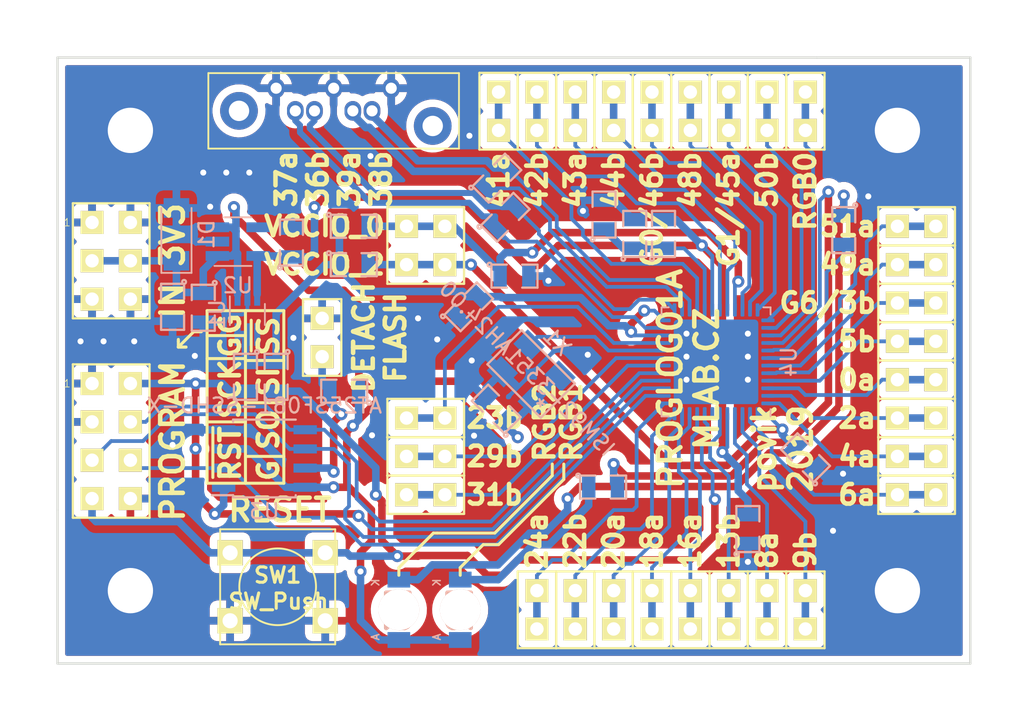
<source format=kicad_pcb>
(kicad_pcb (version 20211014) (generator pcbnew)
  (title_block (title "NAME") (date "%d. %m. %Y") (rev "REV") (company "Mlab www.mlab.cz") (comment 1 "VERSION") (comment 2 "Short description\\nTwo lines are maximum") (comment 3 "nickname <email@example.com>"))
  (layers (0 "F.Cu" signal) (31 "B.Cu" signal) (34 "B.Paste" user) (35 "F.Paste" user) (36 "B.SilkS" user "B.Silkscreen") (37 "F.SilkS" user "F.Silkscreen") (38 "B.Mask" user) (39 "F.Mask" user) (44 "Edge.Cuts" user))
  (net 0 "")
  (net 1 "+3V3")
  (net 2 "GND")
  (net 3 "+1V2")
  (net 4 "/VCCIO_1")
  (net 5 "Net-(U2-Pad4)")
  (net 6 "/VCCIO_2")
  (net 7 "/IOB_6a")
  (net 8 "/IOB_9b")
  (net 9 "/IOB_8a")
  (net 10 "Net-(U4-Pad7)")
  (net 11 "/NRESET")
  (net 12 "/SPI_SO")
  (net 13 "/SPI_SCK")
  (net 14 "/SPI_SS")
  (net 15 "/SPI_SI")
  (net 16 "/IOT_41a")
  (net 17 "Net-(C5-Pad1)")
  (net 18 "/IOT_42b")
  (net 19 "/IOT_43a")
  (net 20 "/VCCIO_0")
  (net 21 "/IOT_44b")
  (net 22 "/IOT_46b_G0")
  (net 23 "/IOT_48b")
  (net 24 "/IOT_45a_G1")
  (net 25 "/IOT_50b")
  (net 26 "/RGB0")
  (net 27 "/RGB1")
  (net 28 "/RGB2")
  (net 29 "/IOT_51a")
  (net 30 "/IOT_49a")
  (net 31 "/IOB_3b_G6")
  (net 32 "/IOB_5b")
  (net 33 "/IOB_0a")
  (net 34 "/IOB_2a")
  (net 35 "/IOB_4a")
  (net 36 "Net-(J2-Pad1)")
  (net 37 "Net-(D3-Pad1)")
  (net 38 "Net-(D2-Pad1)")
  (net 39 "/IOB_13b")
  (net 40 "/IOB_16a")
  (net 41 "/IOB_18a")
  (net 42 "/IOB_20a")
  (net 43 "/IOB_22b")
  (net 44 "/IOB_24a")
  (net 45 "/IOB_31b")
  (net 46 "/IOB_29b")
  (net 47 "/IOB_25b")
  (net 48 "/IOB_23b")
  (net 49 "/SATA_1P")
  (net 50 "/SATA_1N")
  (net 51 "/SATA_2P")
  (net 52 "/SATA_2N")
  (footprint "Mlab_Pin_Headers:Straight_2x01" (layer "F.Cu") (at 204.47 105.156 -90)
    (fp_text reference "J23" hide)
    (fp_text value "HEADER_2x01_PARALLEL" hide)
  )
  (footprint "Mlab_Pin_Headers:Straight_2x01" (layer "F.Cu") (at 199.39 105.156 -90)
    (fp_text reference "J21" hide)
    (fp_text value "HEADER_2x01_PARALLEL" hide)
  )
  (footprint "Mlab_Pin_Headers:Straight_2x03" (layer "F.Cu") (at 161.036 115.062)
    (fp_text reference "J1" hide)
    (fp_text value "JUMP_3X2" hide)
  )
  (footprint "Mlab_Pin_Headers:Straight_2x01" (layer "F.Cu") (at 194.31 105.156 -90)
    (fp_text reference "J18" hide)
    (fp_text value "HEADER_2x01_PARALLEL" hide)
  )
  (footprint "Mlab_Pin_Headers:Straight_2x01" (layer "F.Cu") (at 207.01 105.156 -90)
    (fp_text reference "J25" hide)
    (fp_text value "HEADER_2x01_PARALLEL" hide)
  )
  (footprint "Mlab_Pin_Headers:Straight_2x01" (layer "F.Cu") (at 214.376 112.776)
    (fp_text reference "J24" hide)
    (fp_text value "HEADER_2x01_PARALLEL" hide)
  )
  (footprint "Mlab_Pin_Headers:Straight_2x01" (layer "F.Cu") (at 189.23 105.156 -90)
    (fp_text reference "J16" hide)
    (fp_text value "HEADER_2x01_PARALLEL" hide)
  )
  (footprint "Mlab_Pin_Headers:Straight_2x01" (layer "F.Cu") (at 199.39 138.176 -90)
    (fp_text reference "J6" hide)
    (fp_text value "HEADER_2x01_PARALLEL" hide)
  )
  (footprint "Mlab_Pin_Headers:Straight_2x01" (layer "F.Cu") (at 196.85 105.156 -90)
    (fp_text reference "J20" hide)
    (fp_text value "HEADER_2x01_PARALLEL" hide)
  )
  (footprint "Mlab_Mechanical:MountingHole_3mm" (layer "F.Cu") (at 162.306 136.906)
    (fp_text reference "M4" hide)
    (fp_text value "HOLE" hide)
  )
  (footprint "Mlab_Pin_Headers:Straight_2x04" (layer "F.Cu") (at 161.036 127)
    (fp_text reference "J4" hide)
    (fp_text value "HEADER_2x04" hide)
  )
  (footprint "Mlab_Pin_Headers:Straight_2x01" (layer "F.Cu") (at 201.93 138.176 -90)
    (fp_text reference "J5" hide)
    (fp_text value "HEADER_2x01_PARALLEL" hide)
  )
  (footprint "Mlab_SW:SW_PUSH_SMALL" (layer "F.Cu") (at 172.0596 136.652)
    (fp_text reference "SW1")
    (fp_text value "SW_Push")
  )
  (footprint "Mlab_Pin_Headers:Straight_2x01" (layer "F.Cu") (at 214.376 120.396)
    (fp_text reference "J31" hide)
    (fp_text value "HEADER_2x01_PARALLEL" hide)
  )
  (footprint "Mlab_Pin_Headers:Straight_2x01" (layer "F.Cu") (at 214.376 117.856)
    (fp_text reference "J29" hide)
    (fp_text value "HEADER_2x01_PARALLEL" hide)
  )
  (footprint "Mlab_Pin_Headers:Straight_2x01" (layer "F.Cu") (at 214.376 122.936)
    (fp_text reference "J27" hide)
    (fp_text value "HEADER_2x01_PARALLEL" hide)
  )
  (footprint "Mlab_Pin_Headers:Straight_2x01" (layer "F.Cu") (at 201.93 105.156 -90)
    (fp_text reference "J19" hide)
    (fp_text value "HEADER_2x01_PARALLEL" hide)
  )
  (footprint "Mlab_Pin_Headers:Straight_2x01" (layer "F.Cu") (at 214.376 125.476)
    (fp_text reference "J28" hide)
    (fp_text value "HEADER_2x01_PARALLEL" hide)
  )
  (footprint "Mlab_Pin_Headers:Straight_2x01" (layer "F.Cu") (at 214.376 128.016)
    (fp_text reference "J30" hide)
    (fp_text value "HEADER_2x01_PARALLEL" hide)
  )
  (footprint "Mlab_Pin_Headers:Straight_2x01" (layer "F.Cu") (at 196.85 138.176 -90)
    (fp_text reference "J7" hide)
    (fp_text value "HEADER_2x01_PARALLEL" hide)
  )
  (footprint "Mlab_Mechanical:MountingHole_3mm" (layer "F.Cu") (at 213.106 106.426)
    (fp_text reference "M2" hide)
    (fp_text value "HOLE" hide)
  )
  (footprint "Mlab_Mechanical:MountingHole_3mm" (layer "F.Cu") (at 213.106 136.906)
    (fp_text reference "M1" hide)
    (fp_text value "HOLE" hide)
  )
  (footprint "Mlab_Pin_Headers:Straight_2x01" (layer "F.Cu") (at 175.006 120.142 90)
    (fp_text reference "J2" hide)
    (fp_text value "HEADER_2x01" hide)
  )
  (footprint "Mlab_Pin_Headers:Straight_2x01" (layer "F.Cu") (at 207.01 138.176 -90)
    (fp_text reference "J34" hide)
    (fp_text value "HEADER_2x01_PARALLEL" hide)
  )
  (footprint "Mlab_Pin_Headers:Straight_2x01" (layer "F.Cu") (at 214.376 130.556)
    (fp_text reference "J32" hide)
    (fp_text value "HEADER_2x01_PARALLEL" hide)
  )
  (footprint "Mlab_Pin_Headers:Straight_2x01" (layer "F.Cu") (at 181.864 128.016)
    (fp_text reference "J13" hide)
    (fp_text value "HEADER_2x01_PARALLEL" hide)
  )
  (footprint "Mlab_Pin_Headers:Straight_2x01" (layer "F.Cu") (at 189.23 138.176 -90)
    (fp_text reference "J11" hide)
    (fp_text value "HEADER_2x01_PARALLEL" hide)
  )
  (footprint "Mlab_Pin_Headers:Straight_2x01" (layer "F.Cu") (at 181.864 130.556 180)
    (fp_text reference "J14" hide)
    (fp_text value "HEADER_2x01_PARALLEL" hide)
  )
  (footprint "Mlab_Pin_Headers:Straight_2x01" (layer "F.Cu") (at 186.69 105.156 -90)
    (fp_text reference "J15" hide)
    (fp_text value "HEADER_2x01_PARALLEL" hide)
  )
  (footprint "Mlab_Pin_Headers:Straight_2x01" (layer "F.Cu") (at 214.376 115.316)
    (fp_text reference "J22" hide)
    (fp_text value "HEADER_2x01_PARALLEL" hide)
  )
  (footprint "Mlab_Pin_Headers:Straight_2x01" (layer "F.Cu") (at 204.47 138.176 -90)
    (fp_text reference "J33" hide)
    (fp_text value "HEADER_2x01_PARALLEL" hide)
  )
  (footprint "Mlab_Pin_Headers:Straight_2x01" (layer "F.Cu") (at 191.77 105.156 -90)
    (fp_text reference "J17" hide)
    (fp_text value "HEADER_2x01_PARALLEL" hide)
  )
  (footprint "Mlab_Pin_Headers:Straight_2x01" (layer "F.Cu") (at 194.31 138.176 -90)
    (fp_text reference "J8" hide)
    (fp_text value "HEADER_2x01_PARALLEL" hide)
  )
  (footprint "Mlab_Pin_Headers:Straight_2x01" (layer "F.Cu") (at 191.77 138.176 -90)
    (fp_text reference "J9" hide)
    (fp_text value "HEADER_2x01_PARALLEL" hide)
  )
  (footprint "Mlab_CON:SATA-7_THT_VERT_2" (layer "F.Cu") (at 171.958 103.632 180)
    (fp_text reference "J26" hide)
    (fp_text value "SATA" hide)
  )
  (footprint "Mlab_Mechanical:MountingHole_3mm" (layer "F.Cu") (at 162.306 106.426)
    (fp_text reference "M3" hide)
    (fp_text value "HOLE" hide)
  )
  (footprint "Mlab_Pin_Headers:Straight_2x01" (layer "F.Cu") (at 181.864 125.476)
    (fp_text reference "J10" hide)
    (fp_text value "HEADER_2x01_PARALLEL" hide)
  )
  (footprint "Mlab_Pin_Headers:Straight_2x02" (layer "F.Cu") (at 181.864 114.046)
    (fp_text reference "J3" hide)
    (fp_text value "HEADER_2x02_PARALLEL" hide)
  )
  (footprint "Package_DFN_QFN:QFN-48-1EP_7x7mm_P0.5mm_EP5.6x5.6mm" (layer "B.Cu") (at 201.0918 121.7549 90)
    (fp_text reference "U4")
    (fp_text value "ICE40UP5K-SG48ITR" hide)
  )
  (footprint "Mlab_R:SMD-0805" (layer "B.Cu") (at 165.1 118.11 -90)
    (fp_text reference "C3")
    (fp_text value "10uF")
  )
  (footprint "Package_TO_SOT_SMD:SOT-363_SC-70-6_Handsoldering" (layer "B.Cu") (at 170.053 118.618 -90)
    (fp_text reference "U1")
    (fp_text value "TPS22919DCK" hide)
  )
  (footprint "Package_TO_SOT_SMD:SOT-23-5_HandSoldering" (layer "B.Cu") (at 169.418 113.792)
    (fp_text reference "U2")
    (fp_text value "MIC5504-1.2YM5" hide)
  )
  (footprint "Mlab_R:SMD-0805" (layer "B.Cu") (at 172.974 113.8555 90)
    (fp_text reference "C4")
    (fp_text value "1uF")
  )
  (footprint "Mlab_R:SMD-0805" (layer "B.Cu") (at 177.1015 112.776)
    (fp_text reference "R3")
    (fp_text value "0R")
  )
  (footprint "Mlab_R:SMD-0805" (layer "B.Cu") (at 177.1015 115.316)
    (fp_text reference "R2")
    (fp_text value "0R")
  )
  (footprint "Mlab_R:SMD-0805" (layer "B.Cu") (at 186.575281 109.588719 45)
    (fp_text reference "R8")
    (fp_text value "100R")
  )
  (footprint "Mlab_R:SMD-0805" (layer "B.Cu") (at 209.55 113.03 -90)
    (fp_text reference "R10")
    (fp_text value "200R")
  )
  (footprint "Mlab_R:SMD-0805" (layer "B.Cu") (at 193.6115 130.048)
    (fp_text reference "R9")
    (fp_text value "200R")
  )
  (footprint "Mlab_R:SMD-0805" (layer "B.Cu") (at 169.926 122.7455 -90)
    (fp_text reference "R5")
    (fp_text value "10k")
  )
  (footprint "Mlab_XTAL:ISM92" (layer "B.Cu") (at 188.849 122.555 135)
    (fp_text reference "X1")
    (fp_text value "ISM92-3351AH24.00")
  )
  (footprint "Mlab_R:SMD-0805" (layer "B.Cu") (at 203.2 132.8293 90)
    (fp_text reference "C1")
    (fp_text value "100nF")
  )
  (footprint "Mlab_R:SMD-0805" (layer "B.Cu") (at 167.132 118.1735 -90)
    (fp_text reference "C2")
    (fp_text value "100nF")
  )
  (footprint "Mlab_R:SMD-0805" (layer "B.Cu") (at 187.134081 112.179519 45)
    (fp_text reference "R7")
    (fp_text value "100R")
  )
  (footprint "Mlab_R:SMD-0805" (layer "B.Cu") (at 171.958 122.7455 -90)
    (fp_text reference "R6")
    (fp_text value "10k")
  )
  (footprint "Mlab_D:LED_1206" (layer "B.Cu") (at 180.086 138.176 90)
    (fp_text reference "D3")
    (fp_text value "LED" hide)
  )
  (footprint "Mlab_D:LED_1206" (layer "B.Cu") (at 184.15 138.176 90)
    (fp_text reference "D2")
    (fp_text value "LED" hide)
  )
  (footprint "Mlab_D:Diode-MiniMELF_Standard" (layer "B.Cu") (at 165.354 113.312 90)
    (fp_text reference "D1")
    (fp_text value "0.0V" hide)
  )
  (footprint "Mlab_R:SMD-0805" (layer "B.Cu") (at 195.707 113.284 90)
    (fp_text reference "C6")
    (fp_text value "100nF")
  )
  (footprint "Mlab_R:SMD-0805" (layer "B.Cu") (at 193.675 112.0013 90)
    (fp_text reference "C5")
    (fp_text value "10uF")
  )
  (footprint "Mlab_R:SMD-0805" (layer "B.Cu") (at 184.7088 118.11 45)
    (fp_text reference "C9")
    (fp_text value "100nF")
  )
  (footprint "Mlab_IO:SOIC-8_3.9x4.9mm_Pitch1.27mm" (layer "B.Cu") (at 171.18076 128.1557)
    (fp_text reference "U3")
    (fp_text value "AT25SF081-SSHD-X")
  )
  (footprint "Mlab_R:SMD-0805" (layer "B.Cu") (at 176.4665 123.698 180)
    (fp_text reference "R1")
    (fp_text value "10k")
  )
  (footprint "Mlab_R:SMD-0805" (layer "B.Cu") (at 207.022281 128.104481 135)
    (fp_text reference "C10")
    (fp_text value "100nF")
  )
  (footprint "Mlab_R:SMD-0805" (layer "B.Cu") (at 186.538019 124.879519 135)
    (fp_text reference "C7")
    (fp_text value "10nF")
  )
  (footprint "Mlab_R:SMD-0805" (layer "B.Cu") (at 187.7441 116.078)
    (fp_text reference "C8")
    (fp_text value "100nF")
  )
  (footprint "Mlab_R:SMD-0805" (layer "B.Cu") (at 197.612 113.284 90)
    (fp_text reference "R4")
    (fp_text value "100R")
  )
  (gr_line (start 169.926 125.73) (end 167.386 125.73) (layer "F.SilkS") (width 0.2))
  (gr_line (start 190.246 129.286) (end 190.246 128.524) (layer "F.SilkS") (width 0.2))
  (gr_line (start 182.626 133.096) (end 182.372 133.096) (layer "F.SilkS") (width 0.2))
  (gr_line (start 186.436 133.096) (end 190.246 129.286) (layer "F.SilkS") (width 0.2))
  (gr_line (start 182.626 133.096) (end 186.182 133.096) (layer "F.SilkS") (width 0.2))
  (gr_line (start 172.466 124.46) (end 169.926 124.46) (layer "F.SilkS") (width 0.2))
  (gr_line (start 172.466 118.364) (end 169.926 118.364) (layer "F.SilkS") (width 0.2))
  (gr_line (start 169.926 118.364) (end 167.386 118.364) (layer "F.SilkS") (width 0.2))
  (gr_line (start 167.767 129.413) (end 167.767 126.111) (layer "F.SilkS") (width 0.2))
  (gr_line (start 186.69 133.858) (end 191.008 129.54) (layer "F.SilkS") (width 0.2))
  (gr_line (start 191.008 129.54) (end 191.008 128.524) (layer "F.SilkS") (width 0.2))
  (gr_line (start 169.926 129.794) (end 169.926 118.364) (layer "F.SilkS") (width 0.2))
  (gr_line (start 170.307 121.031) (end 170.307 118.999) (layer "F.SilkS") (width 0.2))
  (gr_line (start 186.182 133.096) (end 186.436 133.096) (layer "F.SilkS") (width 0.2))
  (gr_line (start 185.674 133.858) (end 184.15 135.382) (layer "F.SilkS") (width 0.2))
  (gr_line (start 167.386 129.794) (end 172.466 129.794) (layer "F.SilkS") (width 0.2))
  (gr_line (start 169.926 120.015) (end 167.386 120.015) (layer "F.SilkS") (width 0.2))
  (gr_line (start 172.466 129.794) (end 172.466 118.364) (layer "F.SilkS") (width 0.2))
  (gr_line (start 165.481 120.777) (end 165.989 120.777) (layer "F.SilkS") (width 0.2))
  (gr_line (start 166.497 119.761) (end 165.481 120.777) (layer "F.SilkS") (width 0.2))
  (gr_line (start 182.372 133.096) (end 180.086 135.382) (layer "F.SilkS") (width 0.2))
  (gr_line (start 184.15 135.382) (end 184.15 135.89) (layer "F.SilkS") (width 0.2))
  (gr_line (start 165.481 120.396) (end 165.481 120.269) (layer "F.SilkS") (width 0.2))
  (gr_line (start 166.497 119.761) (end 167.005 119.761) (layer "F.SilkS") (width 0.2))
  (gr_line (start 165.989 120.777) (end 165.481 120.777) (layer "F.SilkS") (width 0.2))
  (gr_line (start 167.386 118.364) (end 167.386 129.794) (layer "F.SilkS") (width 0.2))
  (gr_line (start 180.086 135.382) (end 180.086 135.89) (layer "F.SilkS") (width 0.2))
  (gr_line (start 172.466 128.016) (end 169.926 128.016) (layer "F.SilkS") (width 0.2))
  (gr_line (start 185.674 133.858) (end 186.69 133.858) (layer "F.SilkS") (width 0.2))
  (gr_line (start 172.466 121.666) (end 169.926 121.666) (layer "F.SilkS") (width 0.2))
  (gr_line (start 165.481 120.777) (end 165.481 120.396) (layer "F.SilkS") (width 0.2))
  (gr_line (start 169.926 121.539) (end 167.386 121.539) (layer "F.SilkS") (width 0.2))
  (gr_line (start 217.932 101.6) (end 217.932 141.732) (layer "Edge.Cuts") (width 0.15))
  (gr_line (start 157.48 131.572) (end 157.48 141.732) (layer "Edge.Cuts") (width 0.15))
  (gr_line (start 217.932 141.732) (end 157.48 141.732) (layer "Edge.Cuts") (width 0.15))
  (gr_line (start 157.48 101.6) (end 207.772 101.6) (layer "Edge.Cuts") (width 0.15))
  (gr_line (start 157.48 131.572) (end 157.48 101.6) (layer "Edge.Cuts") (width 0.15))
  (gr_line (start 207.772 101.6) (end 217.932 101.6) (layer "Edge.Cuts") (width 0.15))
  (gr_text "48b" (at 199.39 107.696 90) (layer "F.SilkS") (effects (font (size 1.3 1.3) (thickness 0.3)) (justify right)))
  (gr_text "povik\n2019" (at 205.486 127.508 90) (layer "F.SilkS") (effects (font (size 1.5 1.5) (thickness 0.3))))
  (gr_text "51a" (at 211.836 112.776) (layer "F.SilkS") (effects (font (size 1.3 1.3) (thickness 0.3)) (justify right)))
  (gr_text "31b" (at 184.404 130.556) (layer "F.SilkS") (effects (font (size 1.3 1.3) (thickness 0.3)) (justify left)))
  (gr_text "5b" (at 211.836 120.396) (layer "F.SilkS") (effects (font (size 1.3 1.3) (thickness 0.3)) (justify right)))
  (gr_text "6a" (at 211.836 130.556) (layer "F.SilkS") (effects (font (size 1.3 1.3) (thickness 0.3)) (justify right)))
  (gr_text "23b" (at 184.404 125.476) (layer "F.SilkS") (effects (font (size 1.3 1.3) (thickness 0.3)) (justify left)))
  (gr_text "43a" (at 191.77 107.696 90) (layer "F.SilkS") (effects (font (size 1.3 1.3) (thickness 0.3)) (justify right)))
  (gr_text "PROGRAM" (at 165.1 127 90) (layer "F.SilkS") (effects (font (size 1.5 1.5) (thickness 0.3))))
  (gr_text "37a\n36b\n39a\n38b" (at 175.768 107.6325 90) (layer "F.SilkS") (effects (font (size 1.3 1.3) (thickness 0.3)) (justify right)))
  (gr_text "24a" (at 189.23 135.636 90) (layer "F.SilkS") (effects (font (size 1.3 1.3) (thickness 0.3)) (justify left)))
  (gr_text "8a" (at 204.47 135.636 90) (layer "F.SilkS") (effects (font (size 1.3 1.3) (thickness 0.3)) (justify left)))
  (gr_text "2a" (at 211.836 125.476) (layer "F.SilkS") (effects (font (size 1.3 1.3) (thickness 0.3)) (justify right)))
  (gr_text "SI\n" (at 171.45 123.063 90) (layer "F.SilkS") (effects (font (size 1.3 1.3) (thickness 0.3))))
  (gr_text "VCCIO_0" (at 179.324 112.776) (layer "F.SilkS") (effects (font (size 1.3 1.3) (thickness 0.3)) (justify right)))
  (gr_text "IN 3V3" (at 165.1 115.062 90) (layer "F.SilkS") (effects (font (size 1.5 1.5) (thickness 0.3))))
  (gr_text "RGB0" (at 207.01 107.696 90) (layer "F.SilkS") (effects (font (size 1.3 1.3) (thickness 0.3)) (justify right)))
  (gr_text "16a" (at 199.39 135.636 90) (layer "F.SilkS") (effects (font (size 1.3 1.3) (thickness 0.3)) (justify left)))
  (gr_text "9b" (at 207.01 135.636 90) (layer "F.SilkS") (effects (font (size 1.3 1.3) (thickness 0.3)) (justify left)))
  (gr_text "PROGLOG01A\nMLAB.CZ" (at 199.263 122.8725 90) (layer "F.SilkS") (effects (font (size 1.5 1.5) (thickness 0.3))))
  (gr_text "18a" (at 196.85 135.636 90) (layer "F.SilkS") (effects (font (size 1.3 1.3) (thickness 0.3)) (justify left)))
  (gr_text "4a" (at 211.836 128.016) (layer "F.SilkS") (effects (font (size 1.3 1.3) (thickness 0.3)) (justify right)))
  (gr_text "SO" (at 171.45 126.238 90) (layer "F.SilkS") (effects (font (size 1.3 1.3) (thickness 0.3))))
  (gr_text "22b" (at 191.77 135.636 90) (layer "F.SilkS") (effects (font (size 1.3 1.3) (thickness 0.3)) (justify left)))
  (gr_text "DETACH\nFLASH" (at 178.816 120.142 90) (layer "F.SilkS") (effects (font (size 1.3 1.3) (thickness 0.3))))
  (gr_text "G" (at 171.45 129.794 90) (layer "F.SilkS") (effects (font (size 1.3 1.3) (thickness 0.3)) (justify left)))
  (gr_text "13b" (at 201.93 135.636 90) (layer "F.SilkS") (effects (font (size 1.3 1.3) (thickness 0.3)) (justify left)))
  (gr_text "29b" (at 184.404 128.016) (layer "F.SilkS") (effects (font (size 1.3 1.3) (thickness 0.3)) (justify left)))
  (gr_text "RGB1" (at 191.516 128.524 90) (layer "F.SilkS") (effects (font (size 1.3 1.3) (thickness 0.3)) (justify left)))
  (gr_text "41a" (at 186.69 107.696 90) (layer "F.SilkS") (effects (font (size 1.3 1.3) (thickness 0.3)) (justify right)))
  (gr_text "42b" (at 189.23 107.696 90) (layer "F.SilkS") (effects (font (size 1.3 1.3) (thickness 0.3)) (justify right)))
  (gr_text "G6/3b" (at 211.836 117.856) (layer "F.SilkS") (effects (font (size 1.3 1.3) (thickness 0.3)) (justify right)))
  (gr_text "SS" (at 171.45 118.618 90) (layer "F.SilkS") (effects (font (size 1.3 1.3) (thickness 0.3)) (justify right)))
  (gr_text "0a" (at 211.836 122.936) (layer "F.SilkS") (effects (font (size 1.3 1.3) (thickness 0.3)) (justify right)))
  (gr_text "44b" (at 194.31 107.696 90) (layer "F.SilkS") (effects (font (size 1.3 1.3) (thickness 0.3)) (justify right)))
  (gr_text "G" (at 168.91 119.253 90) (layer "F.SilkS") (effects (font (size 1.3 1.3) (thickness 0.3))))
  (gr_text "20a" (at 194.31 135.636 90) (layer "F.SilkS") (effects (font (size 1.3 1.3) (thickness 0.3)) (justify left)))
  (gr_text "RESET" (at 172.212 131.572) (layer "F.SilkS") (effects (font (size 1.5 1.5) (thickness 0.3))))
  (gr_text "G" (at 168.91 120.777 90) (layer "F.SilkS") (effects (font (size 1.3 1.3) (thickness 0.3))))
  (gr_text "49a" (at 211.836 115.316) (layer "F.SilkS") (effects (font (size 1.3 1.3) (thickness 0.3)) (justify right)))
  (gr_text "RGB2" (at 189.738 128.524 90) (layer "F.SilkS") (effects (font (size 1.3 1.3) (thickness 0.3)) (justify left)))
  (gr_text "50b" (at 204.47 107.696 90) (layer "F.SilkS") (effects (font (size 1.3 1.3) (thickness 0.3)) (justify right)))
  (gr_text "G0/46b" (at 196.85 107.696 90) (layer "F.SilkS") (effects (font (size 1.3 1.3) (thickness 0.3)) (justify right)))
  (gr_text "G1/45a" (at 201.93 107.696 90) (layer "F.SilkS") (effects (font (size 1.3 1.3) (thickness 0.3)) (justify right)))
  (gr_text "RST" (at 168.91 129.794 90) (layer "F.SilkS") (effects (font (size 1.3 1.3) (thickness 0.3)) (justify left)))
  (gr_text "VCCIO_2" (at 179.324 115.316) (layer "F.SilkS") (effects (font (size 1.3 1.3) (thickness 0.3)) (justify right)))
  (gr_text "SCK" (at 168.91 123.571 90) (layer "F.SilkS") (effects (font (size 1.3 1.3) (thickness 0.3))))
  (segment (start 176.775396 130.0607) (end 178.264348 131.549652) (width 0.5) (layer "F.Cu") (net 1))
  (segment (start 176.638001 129.923305) (end 176.775396 130.0607) (width 0.5) (layer "F.Cu") (net 1))
  (segment (start 175.7553 130.0607) (end 176.775396 130.0607) (width 0.5) (layer "F.Cu") (net 1))
  (segment (start 179.9844 123.0376) (end 184.2516 123.0376) (width 0.5) (layer "F.Cu") (net 1))
  (segment (start 176.4538 117.0178) (end 177.437999 118.001999) (width 0.5) (layer "F.Cu") (net 1))
  (segment (start 177.038 125.984) (end 178.816 124.206) (width 0.5) (layer "F.Cu") (net 1))
  (segment (start 176.638001 126.383999) (end 176.638001 129.923305) (width 0.5) (layer "F.Cu") (net 1))
  (segment (start 177.437999 118.001999) (end 177.437999 122.827999) (width 0.5) (layer "F.Cu") (net 1))
  (segment (start 169.164 111.506) (end 169.164 112.071685) (width 0.5) (layer "F.Cu") (net 1))
  (segment (start 177.038 125.984) (end 176.638001 126.383999) (width 0.5) (layer "F.Cu") (net 1))
  (segment (start 177.437999 122.827999) (end 178.816 124.206) (width 0.5) (layer "F.Cu") (net 1))
  (segment (start 178.264348 133.647652) (end 177.546 134.366) (width 0.5) (layer "F.Cu") (net 1))
  (segment (start 174.110115 117.0178) (end 176.4538 117.0178) (width 0.5) (layer "F.Cu") (net 1))
  (segment (start 178.264348 131.549652) (end 178.264348 133.647652) (width 0.5) (layer "F.Cu") (net 1))
  (segment (start 184.2516 123.0376) (end 187.96 126.746) (width 0.5) (layer "F.Cu") (net 1))
  (segment (start 177.546 135.636) (end 177.546 134.366) (width 0.5) (layer "F.Cu") (net 1))
  (segment (start 178.816 124.206) (end 179.9844 123.0376) (width 0.5) (layer "F.Cu") (net 1))
  (segment (start 169.164 112.071685) (end 174.110115 117.0178) (width 0.5) (layer "F.Cu") (net 1))
  (via (at 175.7553 130.0607) (size 0.8) (drill 0.4) (layers "F.Cu" "B.Cu") (net 1))
  (via (at 169.164 111.506) (size 0.8) (drill 0.4) (layers "F.Cu" "B.Cu") (net 1))
  (via (at 187.96 126.746) (size 0.8) (drill 0.4) (layers "F.Cu" "B.Cu") (net 1))
  (via (at 177.546 135.636) (size 0.8) (drill 0.4) (layers "F.Cu" "B.Cu") (net 1))
  (via (at 177.038 125.984) (size 0.8) (drill 0.4) (layers "F.Cu" "B.Cu") (net 1))
  (segment (start 169.033002 112.842) (end 168.068 112.842) (width 0.5) (layer "B.Cu") (net 1))
  (segment (start 169.75576 127.5207) (end 168.48076 127.5207) (width 0.5) (layer "B.Cu") (net 1))
  (segment (start 188.990421 124.464188) (end 190.758188 122.696421) (width 0.5) (layer "B.Cu") (net 1))
  (segment (start 187.211538 125.997538) (end 187.96 126.746) (width 0.5) (layer "B.Cu") (net 1))
  (segment (start 173.88076 130.0607) (end 172.60576 130.0607) (width 0.5) (layer "B.Cu") (net 1))
  (segment (start 169.298001 113.106999) (end 169.298001 111.640001) (width 0.5) (layer "B.Cu") (net 1))
  (segment (start 178.836 140.176) (end 177.546 138.886) (width 0.5) (layer "B.Cu") (net 1))
  (segment (start 169.033002 114.742) (end 169.298001 114.477001) (width 0.5) (layer "B.Cu") (net 1))
  (segment (start 167.132 117.221) (end 167.132 115.678) (width 0.5) (layer "B.Cu") (net 1))
  (segment (start 187.211538 125.553038) (end 187.211538 125.997538) (width 0.5) (layer "B.Cu") (net 1))
  (segment (start 162.306 115.062) (end 165.354 115.062) (width 0.5) (layer "B.Cu") (net 1))
  (segment (start 170.06576 127.5207) (end 169.75576 127.5207) (width 0.5) (layer "B.Cu") (net 1))
  (segment (start 168.068 114.742) (end 169.033002 114.742) (width 0.5) (layer "B.Cu") (net 1))
  (segment (start 169.298001 111.640001) (end 169.164 111.506) (width 0.5) (layer "B.Cu") (net 1))
  (segment (start 169.298001 113.106999) (end 169.033002 112.842) (width 0.5) (layer "B.Cu") (net 1))
  (segment (start 177.419 123.698) (end 177.419 125.603) (width 0.5) (layer "B.Cu") (net 1))
  (segment (start 165.354 116.9035) (end 165.1 117.1575) (width 0.5) (layer "B.Cu") (net 1))
  (segment (start 172.60576 130.0607) (end 170.06576 127.5207) (width 0.5) (layer "B.Cu") (net 1))
  (segment (start 177.546 138.886) (end 177.546 135.636) (width 0.5) (layer "B.Cu") (net 1))
  (segment (start 165.354 115.062) (end 165.354 116.9035) (width 0.5) (layer "B.Cu") (net 1))
  (segment (start 165.1 117.1575) (end 167.0685 117.1575) (width 0.5) (layer "B.Cu") (net 1))
  (segment (start 187.211538 125.553038) (end 187.901571 125.553038) (width 0.5) (layer "B.Cu") (net 1))
  (segment (start 184.15 140.176) (end 180.086 140.176) (width 0.5) (layer "B.Cu") (net 1))
  (segment (start 169.298001 114.477001) (end 169.298001 113.106999) (width 0.5) (layer "B.Cu") (net 1))
  (segment (start 167.132 115.678) (end 168.068 114.742) (width 0.5) (layer "B.Cu") (net 1))
  (segment (start 177.419 125.603) (end 177.038 125.984) (width 0.5) (layer "B.Cu") (net 1))
  (segment (start 187.901571 125.569971) (end 187.901571 125.553038) (width 0.5) (layer "B.Cu") (net 1))
  (segment (start 169.298001 114.477001) (end 169.403 114.582) (width 0.5) (layer "B.Cu") (net 1))
  (segment (start 180.086 140.176) (end 178.836 140.176) (width 0.5) (layer "B.Cu") (net 1))
  (segment (start 159.766 115.062) (end 162.306 115.062) (width 0.5) (layer "B.Cu") (net 1))
  (segment (start 173.88076 130.0607) (end 175.7553 130.0607) (width 0.5) (layer "B.Cu") (net 1))
  (segment (start 169.403 114.582) (end 169.403 117.288) (width 0.5) (layer "B.Cu") (net 1))
  (segment (start 187.901571 125.553038) (end 188.990421 124.464188) (width 0.5) (layer "B.Cu") (net 1))
  (segment (start 167.0685 117.1575) (end 167.132 117.221) (width 0.5) (layer "B.Cu") (net 1))
  (via (at 167.132 109.22) (size 0.8) (drill 0.4) (layers "F.Cu" "B.Cu") (net 2))
  (via (at 166.5732 121.3612) (size 0.8) (drill 0.4) (layers "F.Cu" "B.Cu") (net 2))
  (via (at 199.136 122.936) (size 0.8) (drill 0.4) (layers "F.Cu" "B.Cu") (net 2))
  (via (at 199.136 121.412) (size 0.8) (drill 0.4) (layers "F.Cu" "B.Cu") (net 2))
  (via (at 184.7596 106.7816) (size 0.8) (drill 0.4) (layers "F.Cu" "B.Cu") (net 2))
  (via (at 182.626 120.269) (size 0.8) (drill 0.4) (layers "F.Cu" "B.Cu") (net 2))
  (via (at 199.136 119.888) (size 0.8) (drill 0.4) (layers "F.Cu" "B.Cu") (net 2))
  (via (at 192.5955 121.285) (size 0.8) (drill 0.4) (layers "F.Cu" "B.Cu") (net 2))
  (via (at 165.1 127.254) (size 0.8) (drill 0.4) (layers "F.Cu" "B.Cu") (net 2))
  (via (at 178.2064 108.1278) (size 0.8) (drill 0.4) (layers "F.Cu" "B.Cu") (net 2))
  (via (at 209.503219 129.163019) (size 0.8) (drill 0.4) (layers "F.Cu" "B.Cu") (net 2))
  (via (at 159.004 120.396) (size 0.8) (drill 0.4) (layers "F.Cu" "B.Cu") (net 2))
  (via (at 203.2 119.888) (size 0.8) (drill 0.4) (layers "F.Cu" "B.Cu") (net 2))
  (via (at 208.8388 132.9436) (size 0.8) (drill 0.4) (layers "F.Cu" "B.Cu") (net 2))
  (via (at 203.2 135.001) (size 0.8) (drill 0.4) (layers "F.Cu" "B.Cu") (net 2))
  (via (at 162.56 120.396) (size 0.8) (drill 0.4) (layers "F.Cu" "B.Cu") (net 2))
  (via (at 189.992 116.3828) (size 0.8) (drill 0.4) (layers "F.Cu" "B.Cu") (net 2))
  (via (at 184.912 121.666) (size 0.8) (drill 0.4) (layers "F.Cu" "B.Cu") (net 2))
  (via (at 167.5892 111.4806) (size 0.8) (drill 0.4) (layers "F.Cu" "B.Cu") (net 2))
  (via (at 181.356 118.872) (size 0.8) (drill 0.4) (layers "F.Cu" "B.Cu") (net 2))
  (via (at 203.2 122.936) (size 0.8) (drill 0.4) (layers "F.Cu" "B.Cu") (net 2))
  (via (at 192.278 111.76) (size 0.8) (drill 0.4) (layers "F.Cu" "B.Cu") (net 2))
  (via (at 203.2 121.412) (size 0.8) (drill 0.4) (layers "F.Cu" "B.Cu") (net 2))
  (via (at 185.0644 126.6444) (size 0.8) (drill 0.4) (layers "F.Cu" "B.Cu") (net 2))
  (via (at 160.528 120.396) (size 0.8) (drill 0.4) (layers "F.Cu" "B.Cu") (net 2))
  (via (at 211.1756 110.7948) (size 0.8) (drill 0.4) (layers "F.Cu" "B.Cu") (net 2))
  (via (at 178.308 126.619) (size 0.8) (drill 0.4) (layers "F.Cu" "B.Cu") (net 2))
  (via (at 173.101 120.1674) (size 0.8) (drill 0.4) (layers "F.Cu" "B.Cu") (net 2))
  (via (at 168.656 109.22) (size 0.8) (drill 0.4) (layers "F.Cu" "B.Cu") (net 2))
  (via (at 170.18 109.22) (size 0.8) (drill 0.4) (layers "F.Cu" "B.Cu") (net 2))
  (segment (start 195.707 112.3315) (end 195.2625 112.3315) (width 0.5) (layer "B.Cu") (net 2))
  (segment (start 189.6872 116.078) (end 189.992 116.3828) (width 0.5) (layer "B.Cu") (net 2))
  (segment (start 170.053 117.288) (end 170.053 118.288) (width 0.25) (layer "B.Cu") (net 2))
  (segment (start 195.5927 112.3315) (end 194.31 111.0488) (width 0.5) (layer "B.Cu") (net 2))
  (segment (start 185.8645 123.488891) (end 186.939812 122.413579) (width 0.5) (layer "B.Cu") (net 2))
  (segment (start 207.6958 128.778) (end 208.080819 129.163019) (width 0.5) (layer "B.Cu") (net 2))
  (segment (start 168.068 113.792) (end 166.878 113.792) (width 0.5) (layer "B.Cu") (net 2))
  (segment (start 194.31 111.0488) (end 193.675 111.0488) (width 0.5) (layer "B.Cu") (net 2))
  (segment (start 170.053 118.288) (end 169.723 118.618) (width 0.25) (layer "B.Cu") (net 2))
  (segment (start 195.707 112.3315) (end 195.5927 112.3315) (width 0.5) (layer "B.Cu") (net 2))
  (segment (start 208.080819 129.163019) (end 209.503219 129.163019) (width 0.5) (layer "B.Cu") (net 2))
  (segment (start 203.2 133.7818) (end 203.2 135.001) (width 0.5) (layer "B.Cu") (net 2))
  (segment (start 185.8645 124.206) (end 185.8645 123.488891) (width 0.5) (layer "B.Cu") (net 2))
  (segment (start 169.723 118.618) (end 168.656 118.618) (width 0.25) (layer "B.Cu") (net 2))
  (segment (start 188.6966 116.078) (end 189.6872 116.078) (width 0.5) (layer "B.Cu") (net 2))
  (segment (start 183.995798 110.8456) (end 175.1584 110.8456) (width 0.5) (layer "F.Cu") (net 3))
  (segment (start 175.1584 110.8456) (end 174.498 111.506) (width 0.5) (layer "F.Cu") (net 3))
  (segment (start 201.513459 115.407459) (end 200.152 114.046) (width 0.5) (layer "F.Cu") (net 3))
  (segment (start 190.654202 114.046) (end 189.333201 115.367001) (width 0.5) (layer "F.Cu") (net 3))
  (segment (start 201.513459 127.72646) (end 201.513459 115.407459) (width 0.5) (layer "F.Cu") (net 3))
  (segment (start 189.333201 115.367001) (end 188.517199 115.367001) (width 0.5) (layer "F.Cu") (net 3))
  (segment (start 200.152 114.046) (end 190.654202 114.046) (width 0.5) (layer "F.Cu") (net 3))
  (segment (start 188.517199 115.367001) (end 183.995798 110.8456) (width 0.5) (layer "F.Cu") (net 3))
  (via (at 201.513459 127.72646) (size 0.8) (drill 0.4) (layers "F.Cu" "B.Cu") (net 3))
  (via (at 200.152 114.046) (size 0.8) (drill 0.4) (layers "F.Cu" "B.Cu") (net 3))
  (via (at 174.498 111.506) (size 0.8) (drill 0.4) (layers "F.Cu" "B.Cu") (net 3))
  (segment (start 170.768 114.742) (end 172.908 114.742) (width 0.5) (layer "B.Cu") (net 3))
  (segment (start 201.513459 127.72646) (end 202.56149 128.774491) (width 0.5) (layer "B.Cu") (net 3))
  (segment (start 170.768 114.742) (end 171.223 114.742) (width 0.5) (layer "B.Cu") (net 3))
  (segment (start 200.8418 118.3174) (end 200.8418 114.7358) (width 0.25) (layer "B.Cu") (net 3))
  (segment (start 174.1725 114.808) (end 172.974 114.808) (width 0.5) (layer "B.Cu") (net 3))
  (segment (start 200.8418 114.7358) (end 200.152 114.046) (width 0.25) (layer "B.Cu") (net 3))
  (segment (start 174.498 114.4825) (end 174.498 111.506) (width 0.5) (layer "B.Cu") (net 3))
  (segment (start 174.1725 114.808) (end 174.498 114.4825) (width 0.5) (layer "B.Cu") (net 3))
  (segment (start 203.2 130.9323) (end 203.2 131.8768) (width 0.5) (layer "B.Cu") (net 3))
  (segment (start 170.703 114.807) (end 170.768 114.742) (width 0.5) (layer "B.Cu") (net 3))
  (segment (start 201.8418 125.1924) (end 201.8418 127.398119) (width 0.25) (layer "B.Cu") (net 3))
  (segment (start 201.8418 127.398119) (end 201.513459 127.72646) (width 0.25) (layer "B.Cu") (net 3))
  (segment (start 202.56149 128.774491) (end 202.56149 130.29379) (width 0.5) (layer "B.Cu") (net 3))
  (segment (start 170.703 117.288) (end 170.703 114.807) (width 0.5) (layer "B.Cu") (net 3))
  (segment (start 172.908 114.742) (end 172.974 114.808) (width 0.5) (layer "B.Cu") (net 3))
  (segment (start 198.4375 112.3315) (end 197.612 112.3315) (width 0.5) (layer "B.Cu") (net 3))
  (segment (start 200.152 114.046) (end 198.4375 112.3315) (width 0.5) (layer "B.Cu") (net 3))
  (segment (start 202.56149 130.29379) (end 203.2 130.9323) (width 0.5) (layer "B.Cu") (net 3))
  (segment (start 195.467103 119.765797) (end 195.467103 119.238897) (width 0.5) (layer "F.Cu") (net 4))
  (segment (start 195.467103 119.238897) (end 196.342 118.364) (width 0.5) (layer "F.Cu") (net 4))
  (segment (start 195.467103 119.765797) (end 195.467103 119.619897) (width 0.5) (layer "F.Cu") (net 4))
  (via (at 196.342 118.364) (size 0.8) (drill 0.4) (layers "F.Cu" "B.Cu") (net 4))
  (via (at 195.467103 119.765797) (size 0.8) (drill 0.4) (layers "F.Cu" "B.Cu") (net 4))
  (segment (start 171.958 118.5625) (end 171.958 121.793) (width 0.5) (layer "B.Cu") (net 4))
  (segment (start 184.653701 117.436481) (end 184.31122 117.094) (width 0.5) (layer "B.Cu") (net 4))
  (segment (start 175.2045 115.316) (end 171.958 118.5625) (width 0.5) (layer "B.Cu") (net 4))
  (segment (start 195.467103 119.765797) (end 195.067104 119.365798) (width 0.5) (layer "B.Cu") (net 4))
  (segment (start 193.991384 119.365798) (end 192.125986 117.5004) (width 0.5) (layer "B.Cu") (net 4))
  (segment (start 169.926 121.793) (end 171.958 121.793) (width 0.5) (layer "B.Cu") (net 4))
  (segment (start 195.467103 119.765797) (end 195.706206 120.0049) (width 0.25) (layer "B.Cu") (net 4))
  (segment (start 184.31122 117.094) (end 177.673 117.094) (width 0.5) (layer "B.Cu") (net 4))
  (segment (start 197.0134 118.364) (end 197.6543 119.0049) (width 0.25) (layer "B.Cu") (net 4))
  (segment (start 177.673 117.094) (end 176.149 115.57) (width 0.5) (layer "B.Cu") (net 4))
  (segment (start 176.149 115.316) (end 176.149 112.776) (width 0.5) (layer "B.Cu") (net 4))
  (segment (start 195.067104 119.365798) (end 193.991384 119.365798) (width 0.5) (layer "B.Cu") (net 4))
  (segment (start 186.829281 117.436481) (end 185.382319 117.436481) (width 0.5) (layer "B.Cu") (net 4))
  (segment (start 169.926 121.793) (end 169.926 120.075) (width 0.5) (layer "B.Cu") (net 4))
  (segment (start 169.926 120.075) (end 170.053 119.948) (width 0.5) (layer "B.Cu") (net 4))
  (segment (start 185.382319 117.436481) (end 184.653701 117.436481) (width 0.5) (layer "B.Cu") (net 4))
  (segment (start 195.467103 119.765797) (end 195.467103 119.619897) (width 0.5) (layer "B.Cu") (net 4))
  (segment (start 169.403 119.948) (end 170.053 119.948) (width 0.5) (layer "B.Cu") (net 4))
  (segment (start 195.706206 120.0049) (end 197.6543 120.0049) (width 0.25) (layer "B.Cu") (net 4))
  (segment (start 176.149 115.57) (end 176.149 115.316) (width 0.5) (layer "B.Cu") (net 4))
  (segment (start 176.149 115.316) (end 175.2045 115.316) (width 0.5) (layer "B.Cu") (net 4))
  (segment (start 196.342 118.364) (end 197.0134 118.364) (width 0.25) (layer "B.Cu") (net 4))
  (segment (start 186.8932 117.5004) (end 186.829281 117.436481) (width 0.5) (layer "B.Cu") (net 4))
  (segment (start 192.125986 117.5004) (end 186.8932 117.5004) (width 0.5) (layer "B.Cu") (net 4))
  (segment (start 204.204002 126.238) (end 201.830001 128.612001) (width 0.5) (layer "F.Cu") (net 6))
  (segment (start 205.486 126.238) (end 204.204002 126.238) (width 0.5) (layer "F.Cu") (net 6))
  (segment (start 201.830001 128.612001) (end 198.157201 128.612001) (width 0.5) (layer "F.Cu") (net 6))
  (segment (start 185.261199 115.715999) (end 184.8612 115.316) (width 0.5) (layer "F.Cu") (net 6))
  (segment (start 198.157201 128.612001) (end 185.261199 115.715999) (width 0.5) (layer "F.Cu") (net 6))
  (via (at 184.8612 115.316) (size 0.8) (drill 0.4) (layers "F.Cu" "B.Cu") (net 6))
  (via (at 205.486 126.238) (size 0.8) (drill 0.4) (layers "F.Cu" "B.Cu") (net 6))
  (segment (start 183.134 115.316) (end 180.594 115.316) (width 0.5) (layer "B.Cu") (net 6))
  (segment (start 205.486 126.238) (end 205.486 126.5682) (width 0.5) (layer "B.Cu") (net 6))
  (segment (start 203.8418 125.1924) (end 204.4404 125.1924) (width 0.25) (layer "B.Cu") (net 6))
  (segment (start 178.054 115.316) (end 180.594 115.316) (width 0.5) (layer "B.Cu") (net 6))
  (segment (start 183.134 115.316) (end 184.8612 115.316) (width 0.5) (layer "B.Cu") (net 6))
  (segment (start 205.486 126.5682) (end 206.348762 127.430962) (width 0.5) (layer "B.Cu") (net 6))
  (segment (start 204.4404 125.1924) (end 205.486 126.238) (width 0.25) (layer "B.Cu") (net 6))
  (segment (start 204.7748 127.7366) (end 207.5942 130.556) (width 0.25) (layer "B.Cu") (net 7))
  (segment (start 203.3418 125.7299) (end 204.7748 127.1629) (width 0.25) (layer "B.Cu") (net 7))
  (segment (start 207.5942 130.556) (end 213.106 130.556) (width 0.25) (layer "B.Cu") (net 7))
  (segment (start 203.3418 125.1924) (end 203.3418 125.7299) (width 0.25) (layer "B.Cu") (net 7))
  (segment (start 213.106 130.556) (end 215.646 130.556) (width 0.5) (layer "B.Cu") (net 7))
  (segment (start 204.7748 127.1629) (end 204.7748 127.7366) (width 0.25) (layer "B.Cu") (net 7))
  (segment (start 207.01 136.906) (end 207.01 139.446) (width 0.5) (layer "B.Cu") (net 8))
  (segment (start 207.01 132.334) (end 207.01 136.906) (width 0.25) (layer "B.Cu") (net 8))
  (segment (start 202.8418 126.3878) (end 203.962 127.508) (width 0.25) (layer "B.Cu") (net 8))
  (segment (start 203.962 127.508) (end 203.962 129.286) (width 0.25) (layer "B.Cu") (net 8))
  (segment (start 202.8418 125.1924) (end 202.8418 126.3878) (width 0.25) (layer "B.Cu") (net 8))
  (segment (start 203.962 129.286) (end 207.01 132.334) (width 0.25) (layer "B.Cu") (net 8))
  (segment (start 203.1365 129.8575) (end 204.47 131.191) (width 0.25) (layer "B.Cu") (net 9))
  (segment (start 204.47 136.906) (end 204.47 131.191) (width 0.25) (layer "B.Cu") (net 9))
  (segment (start 204.47 136.906) (end 204.47 139.446) (width 0.5) (layer "B.Cu") (net 9))
  (segment (start 202.3418 127.1578) (end 203.1365 127.9525) (width 0.25) (layer "B.Cu") (net 9))
  (segment (start 202.3418 127.1578) (end 202.3418 125.1924) (width 0.25) (layer "B.Cu") (net 9))
  (segment (start 203.1365 127.9525) (end 203.1365 129.8575) (width 0.25) (layer "B.Cu") (net 9))
  (segment (start 178.964358 130.958358) (end 178.562 130.556) (width 0.5) (layer "F.Cu") (net 11))
  (segment (start 187.96 134.874) (end 186.944 135.89) (width 0.5) (layer "F.Cu") (net 11))
  (segment (start 181.356 134.62) (end 179.980358 134.62) (width 0.5) (layer "F.Cu") (net 11))
  (segment (start 187.96 134.874) (end 199.36521 134.874) (width 0.5) (layer "F.Cu") (net 11))
  (segment (start 181.393733 134.582267) (end 181.356 134.62) (width 0.5) (layer "F.Cu") (net 11))
  (segment (start 178.961999 131.25734) (end 178.964358 131.259699) (width 0.5) (layer "F.Cu") (net 11))
  (segment (start 179.980358 134.62) (end 178.964358 133.604) (width 0.5) (layer "F.Cu") (net 11))
  (segment (start 178.964358 133.604) (end 178.964358 131.259699) (width 0.5) (layer "F.Cu") (net 11))
  (segment (start 185.928 135.89) (end 184.620267 134.582267) (width 0.5) (layer "F.Cu") (net 11))
  (segment (start 178.964358 131.259699) (end 178.964358 130.958358) (width 0.5) (layer "F.Cu") (net 11))
  (segment (start 184.620267 134.582267) (end 181.393733 134.582267) (width 0.5) (layer "F.Cu") (net 11))
  (segment (start 201.0156 130.862021) (end 201.0156 133.22361) (width 0.5) (layer "F.Cu") (net 11))
  (segment (start 186.944 135.89) (end 185.928 135.89) (width 0.5) (layer "F.Cu") (net 11))
  (segment (start 201.0156 133.22361) (end 199.36521 134.874) (width 0.5) (layer "F.Cu") (net 11))
  (via (at 179.980358 134.62) (size 0.8) (drill 0.4) (layers "F.Cu" "B.Cu") (net 11))
  (via (at 178.562 130.556) (size 0.8) (drill 0.4) (layers "F.Cu" "B.Cu") (net 11))
  (via (at 201.0156 130.862021) (size 0.8) (drill 0.4) (layers "F.Cu" "B.Cu") (net 11))
  (segment (start 165.5034 132.334) (end 167.5714 134.402) (width 0.5) (layer "B.Cu") (net 11))
  (segment (start 159.766 132.072) (end 160.028 132.334) (width 0.5) (layer "B.Cu") (net 11))
  (segment (start 176.859466 134.62) (end 176.641466 134.402) (width 0.5) (layer "B.Cu") (net 11))
  (segment (start 178.562 128.778) (end 173.482 123.698) (width 0.5) (layer "B.Cu") (net 11))
  (segment (start 200.533 126.492) (end 200.533 126.619) (width 0.25) (layer "B.Cu") (net 11))
  (segment (start 200.152 128.524) (end 200.8632 129.2352) (width 0.25) (layer "B.Cu") (net 11))
  (segment (start 178.562 130.556) (end 178.562 128.778) (width 0.5) (layer "B.Cu") (net 11))
  (segment (start 173.482 123.698) (end 171.958 123.698) (width 0.5) (layer "B.Cu") (net 11))
  (segment (start 175.2096 134.402) (end 168.9096 134.402) (width 0.5) (layer "B.Cu") (net 11))
  (segment (start 160.028 132.334) (end 165.5034 132.334) (width 0.5) (layer "B.Cu") (net 11))
  (segment (start 176.859466 134.62) (end 179.980358 134.62) (width 0.5) (layer "B.Cu") (net 11))
  (segment (start 200.152 127) (end 200.152 128.524) (width 0.25) (layer "B.Cu") (net 11))
  (segment (start 200.8632 129.2352) (end 200.8632 130.709621) (width 0.25) (layer "B.Cu") (net 11))
  (segment (start 200.3418 125.1924) (end 200.3418 125.7299) (width 0.25) (layer "B.Cu") (net 11))
  (segment (start 176.641466 134.402) (end 175.2096 134.402) (width 0.5) (layer "B.Cu") (net 11))
  (segment (start 200.8632 130.709621) (end 201.0156 130.862021) (width 0.25) (layer "B.Cu") (net 11))
  (segment (start 172.212 123.952) (end 171.958 123.698) (width 0.5) (layer "B.Cu") (net 11))
  (segment (start 200.3418 125.7299) (end 200.533 125.9211) (width 0.25) (layer "B.Cu") (net 11))
  (segment (start 200.533 126.619) (end 200.152 127) (width 0.25) (layer "B.Cu") (net 11))
  (segment (start 167.5714 134.402) (end 168.9096 134.402) (width 0.5) (layer "B.Cu") (net 11))
  (segment (start 200.533 125.9211) (end 200.533 126.492) (width 0.25) (layer "B.Cu") (net 11))
  (segment (start 159.766 130.81) (end 159.766 132.072) (width 0.5) (layer "B.Cu") (net 11))
  (segment (start 196.42033 124.0049) (end 186.56723 133.858) (width 0.25) (layer "B.Cu") (net 12))
  (segment (start 168.95576 128.7907) (end 168.48076 128.7907) (width 0.25) (layer "B.Cu") (net 12))
  (segment (start 177.605282 133.858) (end 175.827282 132.08) (width 0.25) (layer "B.Cu") (net 12))
  (segment (start 186.56723 133.858) (end 177.605282 133.858) (width 0.25) (layer "B.Cu") (net 12))
  (segment (start 162.8267 128.7907) (end 162.306 128.27) (width 0.25) (layer "B.Cu") (net 12))
  (segment (start 168.48076 128.7907) (end 162.8267 128.7907) (width 0.25) (layer "B.Cu") (net 12))
  (segment (start 172.24506 132.08) (end 168.95576 128.7907) (width 0.25) (layer "B.Cu") (net 12))
  (segment (start 175.827282 132.08) (end 172.24506 132.08) (width 0.25) (layer "B.Cu") (net 12))
  (segment (start 197.6543 124.0049) (end 196.42033 124.0049) (width 0.25) (layer "B.Cu") (net 12))
  (segment (start 172.85576 127.5207) (end 170.55706 125.222) (width 0.25) (layer "B.Cu") (net 13))
  (segment (start 176.784 128.524) (end 175.7807 127.5207) (width 0.25) (layer "B.Cu") (net 13))
  (segment (start 164.923002 125.222) (end 163.145002 127) (width 0.25) (layer "B.Cu") (net 13))
  (segment (start 176.53 132.146308) (end 176.53 131.572) (width 0.25) (layer "B.Cu") (net 13))
  (segment (start 186.43882 133.35) (end 177.733692 133.35) (width 0.25) (layer "B.Cu") (net 13))
  (segment (start 197.6543 123.5049) (end 196.28392 123.5049) (width 0.25) (layer "B.Cu") (net 13))
  (segment (start 176.784 131.318) (end 176.784 128.524) (width 0.25) (layer "B.Cu") (net 13))
  (segment (start 177.733692 133.35) (end 176.53 132.146308) (width 0.25) (layer "B.Cu") (net 13))
  (segment (start 196.28392 123.5049) (end 186.43882 133.35) (width 0.25) (layer "B.Cu") (net 13))
  (segment (start 161.036 127) (end 159.766 128.27) (width 0.25) (layer "B.Cu") (net 13))
  (segment (start 173.88076 127.5207) (end 172.85576 127.5207) (width 0.25) (layer "B.Cu") (net 13))
  (segment (start 174.35576 127.5207) (end 173.88076 127.5207) (width 0.25) (layer "B.Cu") (net 13))
  (segment (start 175.7807 127.5207) (end 173.88076 127.5207) (width 0.25) (layer "B.Cu") (net 13))
  (segment (start 176.53 131.572) (end 176.784 131.318) (width 0.25) (layer "B.Cu") (net 13))
  (segment (start 170.55706 125.222) (end 164.923002 125.222) (width 0.25) (layer "B.Cu") (net 13))
  (segment (start 163.145002 127) (end 161.036 127) (width 0.25) (layer "B.Cu") (net 13))
  (segment (start 167.894 131.826) (end 166.624 130.556) (width 0.5) (layer "F.Cu") (net 14))
  (segment (start 177.282694 131.826) (end 177.414347 131.957653) (width 0.5) (layer "F.Cu") (net 14))
  (segment (start 166.624 130.556) (end 166.624 123.19) (width 0.5) (layer "F.Cu") (net 14))
  (segment (start 167.894 131.826) (end 177.282694 131.826) (width 0.5) (layer "F.Cu") (net 14))
  (via (at 166.624 127.508) (size 0.8) (drill 0.4) (layers "F.Cu" "B.Cu") (net 14))
  (via (at 166.624 123.19) (size 0.8) (drill 0.4) (layers "F.Cu" "B.Cu") (net 14))
  (via (at 167.894 131.826) (size 0.8) (drill 0.4) (layers "F.Cu" "B.Cu") (net 14))
  (via (at 177.414347 131.957653) (size 0.8) (drill 0.4) (layers "F.Cu" "B.Cu") (net 14))
  (segment (start 186.31041 132.842) (end 178.298694 132.842) (width 0.25) (layer "B.Cu") (net 14))
  (segment (start 168.91 123.698) (end 168.402 123.19) (width 0.5) (layer "B.Cu") (net 14))
  (segment (start 162.306 123.19) (end 163.568 123.19) (width 0.5) (layer "B.Cu") (net 14))
  (segment (start 169.926 123.698) (end 168.91 123.698) (width 0.5) (layer "B.Cu") (net 14))
  (segment (start 196.14751 123.0049) (end 186.31041 132.842) (width 0.25) (layer "B.Cu") (net 14))
  (segment (start 166.624 123.19) (end 168.402 123.19) (width 0.5) (layer "B.Cu") (net 14))
  (segment (start 168.48076 131.23924) (end 167.894 131.826) (width 0.5) (layer "B.Cu") (net 14))
  (segment (start 178.298694 132.842) (end 177.414347 131.957653) (width 0.25) (layer "B.Cu") (net 14))
  (segment (start 197.6543 123.0049) (end 196.14751 123.0049) (width 0.25) (layer "B.Cu") (net 14))
  (segment (start 168.656 130.23594) (end 168.48076 130.0607) (width 0.5) (layer "B.Cu") (net 14))
  (segment (start 163.568 123.19) (end 166.624 123.19) (width 0.5) (layer "B.Cu") (net 14))
  (segment (start 168.48076 130.0607) (end 168.48076 131.23924) (width 0.5) (layer "B.Cu") (net 14))
  (segment (start 163.318 125.73) (end 164.334 124.714) (width 0.25) (layer "B.Cu") (net 15))
  (segment (start 171.31906 124.714) (end 172.85576 126.2507) (width 0.25) (layer "B.Cu") (net 15))
  (segment (start 178.816 132.334) (end 177.292 130.81) (width 0.25) (layer "B.Cu") (net 15))
  (segment (start 196.0111 122.5049) (end 186.182 132.334) (width 0.25) (layer "B.Cu") (net 15))
  (segment (start 186.182 132.334) (end 178.816 132.334) (width 0.25) (layer "B.Cu") (net 15))
  (segment (start 177.292 130.81) (end 177.292 128.39559) (width 0.25) (layer "B.Cu") (net 15))
  (segment (start 177.292 128.39559) (end 175.14711 126.2507) (width 0.25) (layer "B.Cu") (net 15))
  (segment (start 175.14711 126.2507) (end 173.88076 126.2507) (width 0.25) (layer "B.Cu") (net 15))
  (segment (start 197.6543 122.5049) (end 196.0111 122.5049) (width 0.25) (layer "B.Cu") (net 15))
  (segment (start 162.306 125.73) (end 163.318 125.73) (width 0.25) (layer "B.Cu") (net 15))
  (segment (start 197.6543 122.5049) (end 197.1168 122.5049) (width 0.25) (layer "B.Cu") (net 15))
  (segment (start 164.334 124.714) (end 171.31906 124.714) (width 0.25) (layer "B.Cu") (net 15))
  (segment (start 174.35576 126.2507) (end 173.88076 126.2507) (width 0.25) (layer "B.Cu") (net 15))
  (segment (start 172.85576 126.2507) (end 173.88076 126.2507) (width 0.25) (layer "B.Cu") (net 15))
  (segment (start 186.69 103.886) (end 186.69 106.426) (width 0.5) (layer "B.Cu") (net 16))
  (segment (start 198.882 115.2652) (end 194.1576 115.2652) (width 0.25) (layer "B.Cu") (net 16))
  (segment (start 191.516 112.268) (end 191.516 111.252) (width 0.25) (layer "B.Cu") (net 16))
  (segment (start 191.516 111.252) (end 186.69 106.426) (width 0.25) (layer "B.Cu") (net 16))
  (segment (start 192.278 113.3856) (end 192.278 113.03) (width 0.25) (layer "B.Cu") (net 16))
  (segment (start 199.8418 118.3174) (end 199.8418 116.225) (width 0.25) (layer "B.Cu") (net 16))
  (segment (start 192.278 113.03) (end 191.516 112.268) (width 0.25) (layer "B.Cu") (net 16))
  (segment (start 199.8418 116.225) (end 198.882 115.2652) (width 0.25) (layer "B.Cu") (net 16))
  (segment (start 194.1576 115.2652) (end 192.278 113.3856) (width 0.25) (layer "B.Cu") (net 16))
  (segment (start 186.69 106.8324) (end 186.69 106.426) (width 0.25) (layer "B.Cu") (net 16))
  (segment (start 197.866 114.2365) (end 197.612 114.2365) (width 0.25) (layer "B.Cu") (net 17))
  (segment (start 200.3418 115.6074) (end 198.9709 114.2365) (width 0.25) (layer "B.Cu") (net 17))
  (segment (start 198.9709 114.2365) (end 197.612 114.2365) (width 0.25) (layer "B.Cu") (net 17))
  (segment (start 194.9577 114.2365) (end 193.675 112.9538) (width 0.5) (layer "B.Cu") (net 17))
  (segment (start 195.707 114.2365) (end 197.612 114.2365) (width 0.5) (layer "B.Cu") (net 17))
  (segment (start 195.707 114.2365) (end 194.9577 114.2365) (width 0.5) (layer "B.Cu") (net 17))
  (segment (start 200.3418 118.3174) (end 200.3418 115.6074) (width 0.25) (layer "B.Cu") (net 17))
  (segment (start 189.23 103.886) (end 189.23 106.426) (width 0.5) (layer "B.Cu") (net 18))
  (segment (start 189.23 107.438) (end 189.23 106.426) (width 0.25) (layer "B.Cu") (net 18))
  (segment (start 201.3418 118.3174) (end 201.3418 113.9658) (width 0.25) (layer "B.Cu") (net 18))
  (segment (start 191.266 109.474) (end 189.23 107.438) (width 0.25) (layer "B.Cu") (net 18))
  (segment (start 198.628 111.252) (end 195.834 111.252) (width 0.25) (layer "B.Cu") (net 18))
  (segment (start 194.056 109.474) (end 191.266 109.474) (width 0.25) (layer "B.Cu") (net 18))
  (segment (start 201.3418 113.9658) (end 198.628 111.252) (width 0.25) (layer "B.Cu") (net 18))
  (segment (start 195.834 111.252) (end 194.056 109.474) (width 0.25) (layer "B.Cu") (net 18))
  (segment (start 201.8418 118.3174) (end 201.8418 115.729998) (width 0.25) (layer "B.Cu") (net 19))
  (segment (start 194.437 108.077) (end 192.409 108.077) (width 0.25) (layer "B.Cu") (net 19))
  (segment (start 199.009 110.363) (end 196.723 110.363) (width 0.25) (layer "B.Cu") (net 19))
  (segment (start 202.3618 115.209998) (end 202.3618 113.7158) (width 0.25) (layer "B.Cu") (net 19))
  (segment (start 201.8418 115.729998) (end 202.3618 115.209998) (width 0.25) (layer "B.Cu") (net 19))
  (segment (start 191.77 107.438) (end 191.77 106.426) (width 0.25) (layer "B.Cu") (net 19))
  (segment (start 192.409 108.077) (end 191.77 107.438) (width 0.25) (layer "B.Cu") (net 19))
  (segment (start 191.77 103.886) (end 191.77 106.426) (width 0.5) (layer "B.Cu") (net 19))
  (segment (start 196.723 110.363) (end 194.437 108.077) (width 0.25) (layer "B.Cu") (net 19))
  (segment (start 202.3618 113.7158) (end 199.009 110.363) (width 0.25) (layer "B.Cu") (net 19))
  (segment (start 200.560001 113.195999) (end 190.246201 113.195999) (width 0.5) (layer "F.Cu") (net 20))
  (segment (start 202.566801 116.4336) (end 202.566801 115.202799) (width 0.5) (layer "F.Cu") (net 20))
  (segment (start 190.246201 113.195999) (end 188.9252 114.517) (width 0.5) (layer "F.Cu") (net 20))
  (segment (start 202.566801 115.202799) (end 200.560001 113.195999) (width 0.5) (layer "F.Cu") (net 20))
  (via (at 202.566801 116.4336) (size 0.8) (drill 0.4) (layers "F.Cu" "B.Cu") (net 20))
  (via (at 188.9252 114.517) (size 0.8) (drill 0.4) (layers "F.Cu" "B.Cu") (net 20))
  (segment (start 178.054 112.776) (end 180.594 112.776) (width 0.5) (layer "B.Cu") (net 20))
  (segment (start 186.7916 114.8795) (end 186.7916 116.078) (width 0.5) (layer "B.Cu") (net 20))
  (segment (start 202.3418 116.658601) (end 202.566801 116.4336) (width 0.25) (layer "B.Cu") (net 20))
  (segment (start 187.1541 114.517) (end 186.7916 114.8795) (width 0.5) (layer "B.Cu") (net 20))
  (segment (start 186.7916 115.824) (end 186.7916 116.078) (width 0.5) (layer "B.Cu") (net 20))
  (segment (start 183.134 112.776) (end 180.594 112.776) (width 0.5) (layer "B.Cu") (net 20))
  (segment (start 202.3418 118.3174) (end 202.3418 116.658601) (width 0.25) (layer "B.Cu") (net 20))
  (segment (start 183.7436 112.776) (end 186.7916 115.824) (width 0.5) (layer "B.Cu") (net 20))
  (segment (start 188.9252 114.517) (end 187.1541 114.517) (width 0.5) (layer "B.Cu") (net 20))
  (segment (start 183.134 112.776) (end 183.7436 112.776) (width 0.5) (layer "B.Cu") (net 20))
  (segment (start 202.8418 117.1982) (end 203.291801 116.748199) (width 0.25) (layer "B.Cu") (net 21))
  (segment (start 203.291801 113.121801) (end 199.644 109.474) (width 0.25) (layer "B.Cu") (net 21))
  (segment (start 199.644 109.474) (end 197.358 109.474) (width 0.25) (layer "B.Cu") (net 21))
  (segment (start 195.707 107.823) (end 194.31 106.426) (width 0.25) (layer "B.Cu") (net 21))
  (segment (start 197.358 109.474) (end 195.707 107.823) (width 0.25) (layer "B.Cu") (net 21))
  (segment (start 194.31 103.886) (end 194.31 106.426) (width 0.5) (layer "B.Cu") (net 21))
  (segment (start 203.291801 116.748199) (end 203.291801 113.121801) (width 0.25) (layer "B.Cu") (net 21))
  (segment (start 202.8418 118.3174) (end 202.8418 117.1982) (width 0.25) (layer "B.Cu") (net 21))
  (segment (start 196.85 103.886) (end 196.85 106.426) (width 0.5) (layer "B.Cu") (net 22))
  (segment (start 196.85 107.438) (end 196.85 106.426) (width 0.25) (layer "B.Cu") (net 22))
  (segment (start 203.3418 117.7799) (end 204.1144 117.0073) (width 0.25) (layer "B.Cu") (net 22))
  (segment (start 197.997 108.585) (end 196.85 107.438) (width 0.25) (layer "B.Cu") (net 22))
  (segment (start 203.3418 118.3174) (end 203.3418 117.7799) (width 0.25) (layer "B.Cu") (net 22))
  (segment (start 204.1144 117.0073) (end 204.1144 112.5474) (width 0.25) (layer "B.Cu") (net 22))
  (segment (start 204.1144 112.5474) (end 200.152 108.585) (width 0.25) (layer "B.Cu") (net 22))
  (segment (start 200.152 108.585) (end 197.997 108.585) (width 0.25) (layer "B.Cu") (net 22))
  (segment (start 199.39 103.886) (end 199.39 106.426) (width 0.5) (layer "B.Cu") (net 23))
  (segment (start 204.978 117.1812) (end 204.978 112.014) (width 0.25) (layer "B.Cu") (net 23))
  (segment (start 200.66 107.696) (end 199.648 107.696) (width 0.25) (layer "B.Cu") (net 23))
  (segment (start 203.8418 118.3174) (end 204.978 117.1812) (width 0.25) (layer "B.Cu") (net 23))
  (segment (start 204.978 112.014) (end 200.66 107.696) (width 0.25) (layer "B.Cu") (net 23))
  (segment (start 199.39 107.438) (end 199.39 106.426) (width 0.25) (layer "B.Cu") (net 23))
  (segment (start 199.648 107.696) (end 199.39 107.438) (width 0.25) (layer "B.Cu") (net 23))
  (segment (start 201.93 103.886) (end 201.93 106.426) (width 0.5) (layer "B.Cu") (net 24))
  (segment (start 205.994 111.502) (end 205.994 117.5402) (width 0.25) (layer "B.Cu") (net 24))
  (segment (start 205.994 117.5402) (end 204.5293 119.0049) (width 0.25) (layer "B.Cu") (net 24))
  (segment (start 201.93 106.426) (end 201.93 107.438) (width 0.25) (layer "B.Cu") (net 24))
  (segment (start 201.93 107.438) (end 205.994 111.502) (width 0.25) (layer "B.Cu") (net 24))
  (segment (start 206.756 117.8157) (end 205.0668 119.5049) (width 0.25) (layer "B.Cu") (net 25))
  (segment (start 205.0668 119.5049) (end 204.5293 119.5049) (width 0.25) (layer "B.Cu") (net 25))
  (segment (start 204.47 103.886) (end 204.47 106.426) (width 0.5) (layer "B.Cu") (net 25))
  (segment (start 206.756 109.724) (end 206.756 117.8157) (width 0.25) (layer "B.Cu") (net 25))
  (segment (start 204.47 106.426) (end 204.47 107.438) (width 0.25) (layer "B.Cu") (net 25))
  (segment (start 204.47 107.438) (end 206.756 109.724) (width 0.25) (layer "B.Cu") (net 25))
  (segment (start 207.01 103.886) (end 207.01 106.426) (width 0.5) (layer "B.Cu") (net 26))
  (segment (start 207.01 107.438) (end 207.518 107.946) (width 0.25) (layer "B.Cu") (net 26))
  (segment (start 207.01 106.426) (end 207.01 107.438) (width 0.25) (layer "B.Cu") (net 26))
  (segment (start 207.518 107.946) (end 207.518 117.856) (width 0.25) (layer "B.Cu") (net 26))
  (segment (start 205.3691 120.0049) (end 204.5293 120.0049) (width 0.25) (layer "B.Cu") (net 26))
  (segment (start 207.518 117.856) (end 205.3691 120.0049) (width 0.25) (layer "B.Cu") (net 26))
  (segment (start 208.534 124.448002) (end 205.894001 127.088001) (width 0.5) (layer "F.Cu") (net 27))
  (segment (start 195.098011 129.312011) (end 194.709999 128.923999) (width 0.5) (layer "F.Cu") (net 27))
  (segment (start 204.343963 127.088001) (end 202.119954 129.312011) (width 0.5) (layer "F.Cu") (net 27))
  (segment (start 194.709999 128.923999) (end 194.31 128.524) (width 0.5) (layer "F.Cu") (net 27))
  (segment (start 202.119954 129.312011) (end 195.098011 129.312011) (width 0.5) (layer "F.Cu") (net 27))
  (segment (start 208.534 110.49) (end 208.534 124.448002) (width 0.5) (layer "F.Cu") (net 27))
  (segment (start 205.894001 127.088001) (end 204.343963 127.088001) (width 0.5) (layer "F.Cu") (net 27))
  (via (at 194.31 128.524) (size 0.8) (drill 0.4) (layers "F.Cu" "B.Cu") (net 27))
  (via (at 208.534 110.49) (size 0.8) (drill 0.4) (layers "F.Cu" "B.Cu") (net 27))
  (segment (start 194.31 128.524) (end 194.31 129.794) (width 0.5) (layer "B.Cu") (net 27))
  (segment (start 207.96801 115.062) (end 207.96801 114.35799) (width 0.25) (layer "B.Cu") (net 27))
  (segment (start 194.31 129.794) (end 194.564 130.048) (width 0.5) (layer "B.Cu") (net 27))
  (segment (start 207.96801 118.0424) (end 207.96801 115.062) (width 0.25) (layer "B.Cu") (net 27))
  (segment (start 204.5293 120.5049) (end 205.50551 120.5049) (width 0.25) (layer "B.Cu") (net 27))
  (segment (start 205.50551 120.5049) (end 207.96801 118.0424) (width 0.25) (layer "B.Cu") (net 27))
  (segment (start 207.96801 111.05599) (end 208.534 110.49) (width 0.25) (layer "B.Cu") (net 27))
  (segment (start 207.96801 114.35799) (end 207.96801 111.05599) (width 0.25) (layer "B.Cu") (net 27))
  (segment (start 204.92709 120.95491) (end 205.691911 120.954909) (width 0.25) (layer "B.Cu") (net 28))
  (segment (start 208.41802 115.80898) (end 209.55 114.677) (width 0.25) (layer "B.Cu") (net 28))
  (segment (start 209.55 114.677) (end 209.55 113.9825) (width 0.25) (layer "B.Cu") (net 28))
  (segment (start 205.691911 120.954909) (end 208.41802 118.2288) (width 0.25) (layer "B.Cu") (net 28))
  (segment (start 208.41802 118.2288) (end 208.41802 115.80898) (width 0.25) (layer "B.Cu") (net 28))
  (segment (start 204.5293 121.0049) (end 204.8771 121.0049) (width 0.25) (layer "B.Cu") (net 28))
  (segment (start 204.8771 121.0049) (end 204.92709 120.95491) (width 0.25) (layer "B.Cu") (net 28))
  (segment (start 210.312 115.824) (end 211.074 115.062) (width 0.25) (layer "B.Cu") (net 29))
  (segment (start 204.5293 121.5049) (end 206.1551 121.5049) (width 0.25) (layer "B.Cu") (net 29))
  (segment (start 211.074 113.796) (end 212.094 112.776) (width 0.25) (layer "B.Cu") (net 29))
  (segment (start 204.5293 121.5049) (end 205.0668 121.5049) (width 0.25) (layer "B.Cu") (net 29))
  (segment (start 211.074 115.062) (end 211.074 113.796) (width 0.25) (layer "B.Cu") (net 29))
  (segment (start 212.094 112.776) (end 213.106 112.776) (width 0.25) (layer "B.Cu") (net 29))
  (segment (start 210.312 116.586) (end 210.312 115.824) (width 0.25) (layer "B.Cu") (net 29))
  (segment (start 206.1551 121.5049) (end 209.296 118.364) (width 0.25) (layer "B.Cu") (net 29))
  (segment (start 209.296 117.602) (end 210.312 116.586) (width 0.25) (layer "B.Cu") (net 29))
  (segment (start 209.296 118.364) (end 209.296 117.602) (width 0.25) (layer "B.Cu") (net 29))
  (segment (start 213.106 112.776) (end 215.646 112.776) (width 0.5) (layer "B.Cu") (net 29))
  (segment (start 206.6711 122.0049) (end 210.058 118.618) (width 0.25) (layer "B.Cu") (net 30))
  (segment (start 211.074 116.336) (end 212.094 115.316) (width 0.25) (layer "B.Cu") (net 30))
  (segment (start 213.106 115.316) (end 215.646 115.316) (width 0.5) (layer "B.Cu") (net 30))
  (segment (start 210.058 118.11) (end 211.074 117.094) (width 0.25) (layer "B.Cu") (net 30))
  (segment (start 210.058 118.618) (end 210.058 118.11) (width 0.25) (layer "B.Cu") (net 30))
  (segment (start 212.094 115.316) (end 213.106 115.316) (width 0.25) (layer "B.Cu") (net 30))
  (segment (start 211.074 117.094) (end 211.074 116.336) (width 0.25) (layer "B.Cu") (net 30))
  (segment (start 204.5293 122.0049) (end 206.6711 122.0049) (width 0.25) (layer "B.Cu") (net 30))
  (segment (start 207.23709 122.45491) (end 211.836 117.856) (width 0.25) (layer "B.Cu") (net 31))
  (segment (start 204.5293 122.5049) (end 205.0668 122.5049) (width 0.25) (layer "B.Cu") (net 31))
  (segment (start 205.0668 122.5049) (end 205.11679 122.45491) (width 0.25) (layer "B.Cu") (net 31))
  (segment (start 205.11679 122.45491) (end 207.23709 122.45491) (width 0.25) (layer "B.Cu") (net 31))
  (segment (start 211.836 117.856) (end 213.106 117.856) (width 0.25) (layer "B.Cu") (net 31))
  (segment (start 213.106 117.856) (end 215.646 117.856) (width 0.5) (layer "B.Cu") (net 31))
  (segment (start 207.9571 123.0049) (end 204.5293 123.0049) (width 0.25) (layer "B.Cu") (net 32))
  (segment (start 210.566 120.396) (end 207.9571 123.0049) (width 0.25) (layer "B.Cu") (net 32))
  (segment (start 213.106 120.396) (end 215.646 120.396) (width 0.5) (layer "B.Cu") (net 32))
  (segment (start 210.566 120.396) (end 213.106 120.396) (width 0.25) (layer "B.Cu") (net 32))
  (segment (start 204.5293 123.5049) (end 206.5629 123.5049) (width 0.25) (layer "B.Cu") (net 33))
  (segment (start 211.078 123.952) (end 212.094 122.936) (width 0.25) (layer "B.Cu") (net 33))
  (segment (start 213.106 122.936) (end 215.646 122.936) (width 0.5) (layer "B.Cu") (net 33))
  (segment (start 212.094 122.936) (end 213.106 122.936) (width 0.25) (layer "B.Cu") (net 33))
  (segment (start 207.01 123.952) (end 211.078 123.952) (width 0.25) (layer "B.Cu") (net 33))
  (segment (start 206.5629 123.5049) (end 207.01 123.952) (width 0.25) (layer "B.Cu") (net 33))
  (segment (start 213.106 125.476) (end 215.646 125.476) (width 0.5) (layer "B.Cu") (net 34))
  (segment (start 207.518 125.476) (end 213.106 125.476) (width 0.25) (layer "B.Cu") (net 34))
  (segment (start 204.5293 124.0049) (end 206.0469 124.0049) (width 0.25) (layer "B.Cu") (net 34))
  (segment (start 206.0469 124.0049) (end 207.518 125.476) (width 0.25) (layer "B.Cu") (net 34))
  (segment (start 208.788 128.016) (end 213.106 128.016) (width 0.25) (layer "B.Cu") (net 35))
  (segment (start 204.5293 124.5049) (end 205.2769 124.5049) (width 0.25) (layer "B.Cu") (net 35))
  (segment (start 205.2769 124.5049) (end 208.788 128.016) (width 0.25) (layer "B.Cu") (net 35))
  (segment (start 213.106 128.016) (end 215.646 128.016) (width 0.5) (layer "B.Cu") (net 35))
  (segment (start 175.768 125.73) (end 176.276 125.222) (width 0.5) (layer "F.Cu") (net 36))
  (segment (start 175.768 129.032) (end 175.768 125.73) (width 0.5) (layer "F.Cu") (net 36))
  (via (at 176.276 125.222) (size 0.8) (drill 0.4) (layers "F.Cu" "B.Cu") (net 36))
  (via (at 175.768 129.032) (size 0.8) (drill 0.4) (layers "F.Cu" "B.Cu") (net 36))
  (segment (start 175.514 124.46) (end 176.276 125.222) (width 0.5) (layer "B.Cu") (net 36))
  (segment (start 175.514 123.698) (end 175.514 124.46) (width 0.5) (layer "B.Cu") (net 36))
  (segment (start 175.006 123.19) (end 175.514 123.698) (width 0.5) (layer "B.Cu") (net 36))
  (segment (start 173.88076 128.7907) (end 175.5267 128.7907) (width 0.5) (layer "B.Cu") (net 36))
  (segment (start 175.006 121.412) (end 175.006 123.19) (width 0.5) (layer "B.Cu") (net 36))
  (segment (start 175.5267 128.7907) (end 175.768 129.032) (width 0.5) (layer "B.Cu") (net 36))
  (segment (start 204.633917 127.788011) (end 206.183954 127.788011) (width 0.5) (layer "F.Cu") (net 37))
  (segment (start 192.059979 130.012021) (end 202.409907 130.012021) (width 0.5) (layer "F.Cu") (net 37))
  (segment (start 206.183954 127.788011) (end 209.23401 124.737955) (width 0.5) (layer "F.Cu") (net 37))
  (segment (start 209.55 111.44401) (end 209.55 110.744) (width 0.5) (layer "F.Cu") (net 37))
  (segment (start 209.23401 111.76) (end 209.55 111.44401) (width 0.5) (layer "F.Cu") (net 37))
  (segment (start 209.23401 124.737955) (end 209.23401 111.76) (width 0.5) (layer "F.Cu") (net 37))
  (segment (start 202.409907 130.012021) (end 204.633917 127.788011) (width 0.5) (layer "F.Cu") (net 37))
  (segment (start 191.262 130.81) (end 192.059979 130.012021) (width 0.5) (layer "F.Cu") (net 37))
  (via (at 191.262 130.81) (size 0.8) (drill 0.4) (layers "F.Cu" "B.Cu") (net 37))
  (via (at 209.55 110.744) (size 0.8) (drill 0.4) (layers "F.Cu" "B.Cu") (net 37))
  (segment (start 182.311001 135.200999) (end 181.336 136.176) (width 0.5) (layer "B.Cu") (net 37))
  (segment (start 189.738 133.096) (end 188.748037 133.096) (width 0.5) (layer "B.Cu") (net 37))
  (segment (start 188.748037 133.096) (end 186.643038 135.200999) (width 0.5) (layer "B.Cu") (net 37))
  (segment (start 191.262 130.81) (end 191.262 131.572) (width 0.5) (layer "B.Cu") (net 37))
  (segment (start 191.262 131.572) (end 189.738 133.096) (width 0.5) (layer "B.Cu") (net 37))
  (segment (start 209.55 112.0775) (end 209.55 110.744) (width 0.5) (layer "B.Cu") (net 37))
  (segment (start 181.336 136.176) (end 180.086 136.176) (width 0.5) (layer "B.Cu") (net 37))
  (segment (start 186.643038 135.200999) (end 182.311001 135.200999) (width 0.5) (layer "B.Cu") (net 37))
  (segment (start 190.0475 133.858) (end 188.976 133.858) (width 0.5) (layer "B.Cu") (net 38))
  (segment (start 192.659 131.2465) (end 190.0475 133.858) (width 0.5) (layer "B.Cu") (net 38))
  (segment (start 192.659 130.048) (end 192.659 131.2465) (width 0.5) (layer "B.Cu") (net 38))
  (segment (start 188.976 133.858) (end 186.658 136.176) (width 0.5) (layer "B.Cu") (net 38))
  (segment (start 186.658 136.176) (end 184.15 136.176) (width 0.5) (layer "B.Cu") (net 38))
  (segment (start 200.696999 127.217001) (end 200.696999 128.110001) (width 0.25) (layer "B.Cu") (net 39))
  (segment (start 201.3418 126.5722) (end 200.696999 127.217001) (width 0.25) (layer "B.Cu") (net 39))
  (segment (start 201.93 129.343002) (end 201.93 130.359002) (width 0.25) (layer "B.Cu") (net 39))
  (segment (start 201.93 136.906) (end 201.93 139.446) (width 0.5) (layer "B.Cu") (net 39))
  (segment (start 201.3418 125.1924) (end 201.3418 126.5722) (width 0.25) (layer "B.Cu") (net 39))
  (segment (start 200.696999 128.110001) (end 201.93 129.343002) (width 0.25) (layer "B.Cu") (net 39))
  (segment (start 201.93 130.359002) (end 201.93 136.906) (width 0.25) (layer "B.Cu") (net 39))
  (segment (start 199.8418 136.4542) (end 199.39 136.906) (width 0.25) (layer "B.Cu") (net 40))
  (segment (start 199.39 136.906) (end 199.39 139.446) (width 0.5) (layer "B.Cu") (net 40))
  (segment (start 200.025 129.413) (end 200.025 133.477) (width 0.25) (layer "B.Cu") (net 40))
  (segment (start 199.8418 126.4212) (end 199.517 126.746) (width 0.25) (layer "B.Cu") (net 40))
  (segment (start 200.025 133.477) (end 199.39 134.112) (width 0.25) (layer "B.Cu") (net 40))
  (segment (start 199.39 134.112) (end 199.39 136.906) (width 0.25) (layer "B.Cu") (net 40))
  (segment (start 199.517 128.905) (end 200.025 129.413) (width 0.25) (layer "B.Cu") (net 40))
  (segment (start 199.8418 125.1924) (end 199.8418 126.4212) (width 0.25) (layer "B.Cu") (net 40))
  (segment (start 199.517 126.746) (end 199.517 128.905) (width 0.25) (layer "B.Cu") (net 40))
  (segment (start 196.85 136.906) (end 196.85 139.446) (width 0.5) (layer "B.Cu") (net 41))
  (segment (start 198.628 126.746) (end 198.628 129.032) (width 0.25) (layer "B.Cu") (net 41))
  (segment (start 198.628 129.032) (end 199.136 129.54) (width 0.25) (layer "B.Cu") (net 41))
  (segment (start 199.136 129.54) (end 199.136 133.096) (width 0.25) (layer "B.Cu") (net 41))
  (segment (start 199.3418 125.1924) (end 199.3418 126.0322) (width 0.25) (layer "B.Cu") (net 41))
  (segment (start 199.3418 126.0322) (end 198.628 126.746) (width 0.25) (layer "B.Cu") (net 41))
  (segment (start 196.85 135.382) (end 196.85 136.906) (width 0.25) (layer "B.Cu") (net 41))
  (segment (start 199.136 133.096) (end 196.85 135.382) (width 0.25) (layer "B.Cu") (net 41))
  (segment (start 197.8025 129.667) (end 197.993 129.8575) (width 0.25) (layer "B.Cu") (net 42))
  (segment (start 194.31 135.894) (end 194.31 136.906) (width 0.25) (layer "B.Cu") (net 42))
  (segment (start 195.076 135.128) (end 194.31 135.894) (width 0.25) (layer "B.Cu") (net 42))
  (segment (start 195.5165 135.128) (end 195.076 135.128) (width 0.25) (layer "B.Cu") (net 42))
  (segment (start 198.8418 125.1924) (end 198.8418 125.89579) (width 0.25) (layer "B.Cu") (net 42))
  (segment (start 197.8025 126.93509) (end 197.8025 129.667) (width 0.25) (layer "B.Cu") (net 42))
  (segment (start 197.993 132.6515) (end 195.5165 135.128) (width 0.25) (layer "B.Cu") (net 42))
  (segment (start 197.993 129.8575) (end 197.993 132.6515) (width 0.25) (layer "B.Cu") (net 42))
  (segment (start 198.8418 125.89579) (end 197.8025 126.93509) (width 0.25) (layer "B.Cu") (net 42))
  (segment (start 194.31 136.906) (end 194.31 139.446) (width 0.5) (layer "B.Cu") (net 42))
  (segment (start 198.3418 125.1924) (end 196.85 126.6842) (width 0.25) (layer "B.Cu") (net 43))
  (segment (start 196.85 132.08) (end 196.088 132.842) (width 0.25) (layer "B.Cu") (net 43))
  (segment (start 196.088 132.842) (end 194.822 132.842) (width 0.25) (layer "B.Cu") (net 43))
  (segment (start 191.77 135.894) (end 191.77 136.906) (width 0.25) (layer "B.Cu") (net 43))
  (segment (start 194.822 132.842) (end 191.77 135.894) (width 0.25) (layer "B.Cu") (net 43))
  (segment (start 191.77 136.906) (end 191.77 139.446) (width 0.5) (layer "B.Cu") (net 43))
  (segment (start 196.85 126.6842) (end 196.85 132.08) (width 0.25) (layer "B.Cu") (net 43))
  (segment (start 194.31 131.572) (end 195.58 131.572) (width 0.25) (layer "B.Cu") (net 44))
  (segment (start 189.23 136.906) (end 189.23 135.894) (width 0.25) (layer "B.Cu") (net 44))
  (segment (start 191.008 134.874) (end 194.31 131.572) (width 0.25) (layer "B.Cu") (net 44))
  (segment (start 189.23 135.894) (end 190.25 134.874) (width 0.25) (layer "B.Cu") (net 44))
  (segment (start 190.25 134.874) (end 191.008 134.874) (width 0.25) (layer "B.Cu") (net 44))
  (segment (start 189.23 136.906) (end 189.23 139.446) (width 0.5) (layer "B.Cu") (net 44))
  (segment (start 195.834 126.3252) (end 197.6543 124.5049) (width 0.25) (layer "B.Cu") (net 44))
  (segment (start 195.58 131.572) (end 195.834 131.318) (width 0.25) (layer "B.Cu") (net 44))
  (segment (start 195.834 131.318) (end 195.834 126.3252) (width 0.25) (layer "B.Cu") (net 44))
  (segment (start 197.6543 122.0049) (end 195.2411 122.0049) (width 0.25) (layer "B.Cu") (net 45))
  (segment (start 180.594 130.556) (end 183.134 130.556) (width 0.5) (layer "B.Cu") (net 45))
  (segment (start 186.69 130.556) (end 183.134 130.556) (width 0.25) (layer "B.Cu") (net 45))
  (segment (start 195.2411 122.0049) (end 186.69 130.556) (width 0.25) (layer "B.Cu") (net 45))
  (segment (start 180.594 128.016) (end 183.134 128.016) (width 0.5) (layer "B.Cu") (net 46))
  (segment (start 187.96 128.016) (end 194.4711 121.5049) (width 0.25) (layer "B.Cu") (net 46))
  (segment (start 194.4711 121.5049) (end 197.6543 121.5049) (width 0.25) (layer "B.Cu") (net 46))
  (segment (start 197.6543 121.5049) (end 197.31628 121.5049) (width 0.25) (layer "B.Cu") (net 46))
  (segment (start 183.134 128.016) (end 187.96 128.016) (width 0.25) (layer "B.Cu") (net 46))
  (segment (start 193.059305 120.097805) (end 193.9664 121.0049) (width 0.25) (layer "B.Cu") (net 47))
  (segment (start 197.1168 121.0049) (end 197.6543 121.0049) (width 0.25) (layer "B.Cu") (net 47))
  (segment (start 188.707579 120.645812) (end 189.255586 120.097805) (width 0.25) (layer "B.Cu") (net 47))
  (segment (start 193.9664 121.0049) (end 197.6543 121.0049) (width 0.25) (layer "B.Cu") (net 47))
  (segment (start 189.255586 120.097805) (end 193.059305 120.097805) (width 0.25) (layer "B.Cu") (net 47))
  (segment (start 186.69 118.11) (end 183.134 121.666) (width 0.25) (layer "B.Cu") (net 48))
  (segment (start 191.9224 118.11) (end 186.69 118.11) (width 0.25) (layer "B.Cu") (net 48))
  (segment (start 197.6543 120.5049) (end 194.3173 120.5049) (width 0.25) (layer "B.Cu") (net 48))
  (segment (start 183.134 121.666) (end 183.134 125.476) (width 0.25) (layer "B.Cu") (net 48))
  (segment (start 194.3173 120.5049) (end 191.9224 118.11) (width 0.25) (layer "B.Cu") (net 48))
  (segment (start 180.594 125.476) (end 183.134 125.476) (width 0.5) (layer "B.Cu") (net 48))
  (segment (start 178.19878 111.2214) (end 173.538 106.56062) (width 0.4) (layer "B.Cu") (net 49))
  (segment (start 197.6543 119.5049) (end 196.409898 119.5049) (width 0.25) (layer "B.Cu") (net 49))
  (segment (start 184.747378 111.2214) (end 178.19878 111.2214) (width 0.4) (layer "B.Cu") (net 49))
  (segment (start 195.695786 118.790788) (end 194.22956 118.790788) (width 0.25) (layer "B.Cu") (net 49))
  (segment (start 186.460562 112.853038) (end 186.460562 112.120462) (width 0.4) (layer "B.Cu") (net 49))
  (segment (start 185.646439 112.120461) (end 184.747378 111.2214) (width 0.4) (layer "B.Cu") (net 49))
  (segment (start 190.145172 114.7064) (end 190.1444 114.7064) (width 0.25) (layer "B.Cu") (net 49))
  (segment (start 189.23 113.792) (end 187.399524 113.792) (width 0.25) (layer "B.Cu") (net 49))
  (segment (start 173.228 105.782) (end 173.228 105.132) (width 0.4) (layer "B.Cu") (net 49))
  (segment (start 186.460562 112.120462) (end 185.646439 112.120461) (width 0.4) (layer "B.Cu") (net 49))
  (segment (start 190.1444 114.7064) (end 189.23 113.792) (width 0.25) (layer "B.Cu") (net 49))
  (segment (start 173.538 106.092) (end 173.228 105.782) (width 0.4) (layer "B.Cu") (net 49))
  (segment (start 187.025186 113.417662) (end 187.025186 113.568386) (width 0.25) (layer "B.Cu") (net 49))
  (segment (start 186.460562 112.853038) (end 187.025186 113.417662) (width 0.25) (layer "B.Cu") (net 49))
  (segment (start 196.409898 119.5049) (end 195.695786 118.790788) (width 0.25) (layer "B.Cu") (net 49))
  (segment (start 194.22956 118.790788) (end 190.145172 114.7064) (width 0.25) (layer "B.Cu") (net 49))
  (segment (start 187.399524 113.792) (end 186.460562 112.853038) (width 0.25) (layer "B.Cu") (net 49))
  (segment (start 173.538 106.56062) (end 173.538 106.092) (width 0.4) (layer "B.Cu") (net 49))
  (segment (start 174.188 106.092) (end 174.498 105.782) (width 0.4) (layer "B.Cu") (net 50))
  (segment (start 189.359182 113.284) (end 189.359182 113.057582) (width 0.25) (layer "B.Cu") (net 50))
  (segment (start 186.884653 111.470471) (end 185.915675 111.470471) (width 0.4) (layer "B.Cu") (net 50))
  (segment (start 186.920182 111.506) (end 186.884653 111.470471) (width 0.4) (layer "B.Cu") (net 50))
  (segment (start 195.993999 117.638999) (end 195.370598 118.2624) (width 0.25) (layer "B.Cu") (net 50))
  (segment (start 194.337582 118.2624) (end 189.359182 113.284) (width 0.25) (layer "B.Cu") (net 50))
  (segment (start 174.188 106.29138) (end 174.188 106.092) (width 0.4) (layer "B.Cu") (net 50))
  (segment (start 185.915675 111.470471) (end 185.016604 110.5714) (width 0.4) (layer "B.Cu") (net 50))
  (segment (start 185.016604 110.5714) (end 178.46802 110.5714) (width 0.4) (layer "B.Cu") (net 50))
  (segment (start 189.359182 113.057582) (end 187.8076 111.506) (width 0.25) (layer "B.Cu") (net 50))
  (segment (start 174.498 105.782) (end 174.498 105.132) (width 0.4) (layer "B.Cu") (net 50))
  (segment (start 178.46802 110.5714) (end 174.188 106.29138) (width 0.4) (layer "B.Cu") (net 50))
  (segment (start 195.370598 118.2624) (end 194.337582 118.2624) (width 0.25) (layer "B.Cu") (net 50))
  (segment (start 198.3418 118.3174) (end 197.663399 117.638999) (width 0.25) (layer "B.Cu") (net 50))
  (segment (start 187.8076 111.506) (end 186.920182 111.506) (width 0.4) (layer "B.Cu") (net 50))
  (segment (start 197.663399 117.638999) (end 195.993999 117.638999) (width 0.25) (layer "B.Cu") (net 50))
  (segment (start 177.038 105.132) (end 177.30799 105.40199) (width 0.5) (layer "B.Cu") (net 51))
  (segment (start 188.037038 110.262238) (end 185.901762 110.262238) (width 0.25) (layer "B.Cu") (net 51))
  (segment (start 190.0936 112.3188) (end 188.037038 110.262238) (width 0.25) (layer "B.Cu") (net 51))
  (segment (start 193.8528 116.7892) (end 190.0936 113.03) (width 0.25) (layer "B.Cu") (net 51))
  (segment (start 177.30799 105.646217) (end 177.893783 106.23201) (width 0.5) (layer "B.Cu") (net 51))
  (segment (start 198.8418 118.3174) (end 198.8418 117.831878) (width 0.25) (layer "B.Cu") (net 51))
  (segment (start 198.8418 117.831878) (end 197.799122 116.7892) (width 0.25) (layer "B.Cu") (net 51))
  (segment (start 178.13801 106.23201) (end 181.0442 109.1382) (width 0.5) (layer "B.Cu") (net 51))
  (segment (start 177.893783 106.23201) (end 178.13801 106.23201) (width 0.5) (layer "B.Cu") (net 51))
  (segment (start 185.629787 109.1382) (end 185.901762 109.410175) (width 0.5) (layer "B.Cu") (net 51))
  (segment (start 181.0442 109.1382) (end 185.629787 109.1382) (width 0.5) (layer "B.Cu") (net 51))
  (segment (start 177.30799 105.40199) (end 177.30799 105.646217) (width 0.5) (layer "B.Cu") (net 51))
  (segment (start 197.799122 116.7892) (end 193.8528 116.7892) (width 0.25) (layer "B.Cu") (net 51))
  (segment (start 190.0936 113.03) (end 190.0936 112.3188) (width 0.25) (layer "B.Cu") (net 51))
  (segment (start 185.901762 109.410175) (end 185.901762 110.262238) (width 0.5) (layer "B.Cu") (net 51))
  (segment (start 185.919737 108.4382) (end 186.396737 108.9152) (width 0.5) (layer "B.Cu") (net 52))
  (segment (start 178.308 105.132) (end 178.308 105.41205) (width 0.5) (layer "B.Cu") (net 52))
  (segment (start 187.813424 109.479824) (end 187.891034 109.479824) (width 0.25) (layer "B.Cu") (net 52))
  (segment (start 190.54361 112.1324) (end 190.54361 112.8436) (width 0.25) (layer "B.Cu") (net 52))
  (segment (start 197.978332 116.332) (end 199.3418 117.695468) (width 0.25) (layer "B.Cu") (net 52))
  (segment (start 187.891034 109.479824) (end 190.54361 112.1324) (width 0.25) (layer "B.Cu") (net 52))
  (segment (start 194.03201 116.332) (end 197.978332 116.332) (width 0.25) (layer "B.Cu") (net 52))
  (segment (start 190.54361 112.8436) (end 194.03201 116.332) (width 0.25) (layer "B.Cu") (net 52))
  (segment (start 199.3418 117.7799) (end 199.3418 118.3174) (width 0.25) (layer "B.Cu") (net 52))
  (segment (start 199.3418 117.695468) (end 199.3418 117.7799) (width 0.25) (layer "B.Cu") (net 52))
  (segment (start 187.2488 108.9152) (end 187.813424 109.479824) (width 0.25) (layer "B.Cu") (net 52))
  (segment (start 178.308 105.41205) (end 181.33415 108.4382) (width 0.5) (layer "B.Cu") (net 52))
  (segment (start 186.396737 108.9152) (end 187.2488 108.9152) (width 0.5) (layer "B.Cu") (net 52))
  (segment (start 181.33415 108.4382) (end 185.919737 108.4382) (width 0.5) (layer "B.Cu") (net 52))
  (zone (net 2) (net_name "GND") (layer "F.Cu") (connect_pads (clearance 0.508)) (min_thickness 0.254) (fill yes (thermal_gap 0.508) (thermal_bridge_width 0.508))
    (polygon (pts (xy 218.948 143.383) (xy 219.202 100.076) (xy 155.448 99.441) (xy 156.21 143.383)))
  )
  (zone (net 2) (net_name "GND") (layer "B.Cu") (connect_pads (clearance 0.508)) (min_thickness 0.254) (fill yes (thermal_gap 0.508) (thermal_bridge_width 0.508))
    (polygon (pts (xy 154.686 144.78) (xy 153.67 97.79) (xy 221.488 99.06) (xy 221.234 145.542)))
  )
)
</source>
